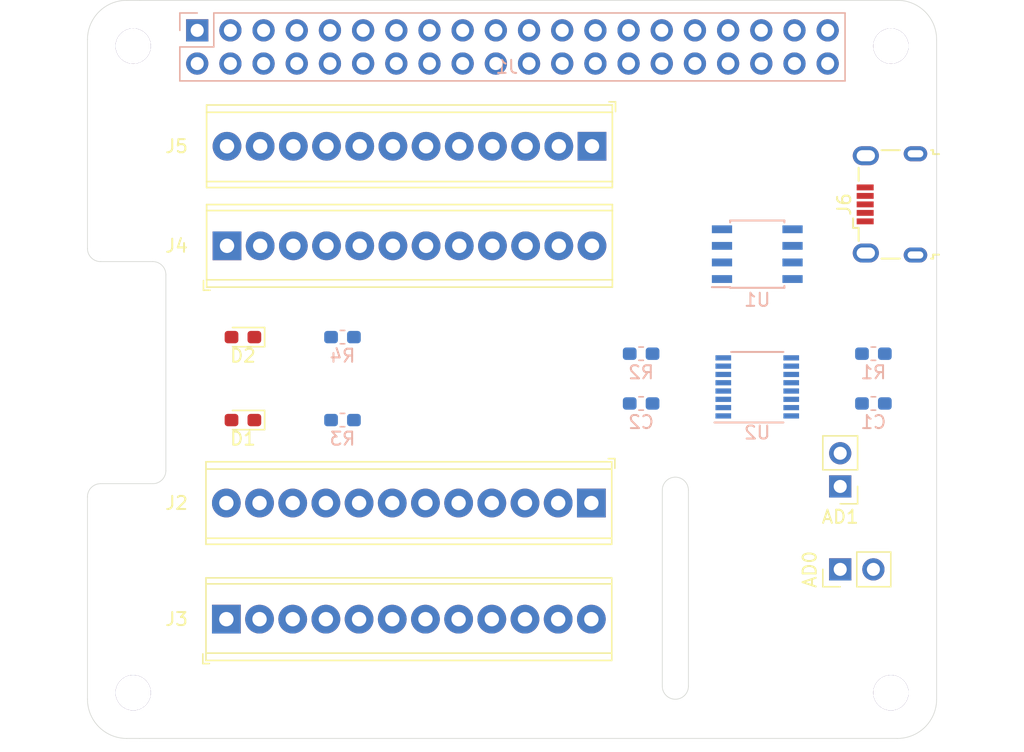
<source format=kicad_pcb>
(kicad_pcb (version 20171130) (host pcbnew 5.0.2+dfsg1-1)

  (general
    (thickness 1.6)
    (drawings 22)
    (tracks 0)
    (zones 0)
    (modules 22)
    (nets 85)
  )

  (page A4)
  (layers
    (0 F.Cu signal)
    (31 B.Cu signal)
    (32 B.Adhes user)
    (33 F.Adhes user)
    (34 B.Paste user)
    (35 F.Paste user)
    (36 B.SilkS user)
    (37 F.SilkS user)
    (38 B.Mask user)
    (39 F.Mask user)
    (40 Dwgs.User user)
    (41 Cmts.User user)
    (42 Eco1.User user)
    (43 Eco2.User user)
    (44 Edge.Cuts user)
    (45 Margin user)
    (46 B.CrtYd user)
    (47 F.CrtYd user)
    (48 B.Fab user)
    (49 F.Fab user)
  )

  (setup
    (last_trace_width 0.25)
    (trace_clearance 0.2)
    (zone_clearance 0.508)
    (zone_45_only no)
    (trace_min 0.2)
    (segment_width 0.2)
    (edge_width 0.05)
    (via_size 0.8)
    (via_drill 0.4)
    (via_min_size 0.4)
    (via_min_drill 0.3)
    (uvia_size 0.3)
    (uvia_drill 0.1)
    (uvias_allowed no)
    (uvia_min_size 0.2)
    (uvia_min_drill 0.1)
    (pcb_text_width 0.3)
    (pcb_text_size 1.5 1.5)
    (mod_edge_width 0.12)
    (mod_text_size 1 1)
    (mod_text_width 0.15)
    (pad_size 1.524 1.524)
    (pad_drill 0.762)
    (pad_to_mask_clearance 0.051)
    (solder_mask_min_width 0.25)
    (aux_axis_origin 0 0)
    (visible_elements FFFFFF7F)
    (pcbplotparams
      (layerselection 0x010fc_ffffffff)
      (usegerberextensions false)
      (usegerberattributes false)
      (usegerberadvancedattributes false)
      (creategerberjobfile false)
      (excludeedgelayer true)
      (linewidth 0.100000)
      (plotframeref false)
      (viasonmask false)
      (mode 1)
      (useauxorigin false)
      (hpglpennumber 1)
      (hpglpenspeed 20)
      (hpglpendiameter 15.000000)
      (psnegative false)
      (psa4output false)
      (plotreference true)
      (plotvalue true)
      (plotinvisibletext false)
      (padsonsilk false)
      (subtractmaskfromsilk false)
      (outputformat 1)
      (mirror false)
      (drillshape 1)
      (scaleselection 1)
      (outputdirectory ""))
  )

  (net 0 "")
  (net 1 "Net-(J1-Pad1)")
  (net 2 "Net-(J1-Pad2)")
  (net 3 "Net-(J1-Pad4)")
  (net 4 "Net-(J1-Pad6)")
  (net 5 "Net-(J1-Pad7)")
  (net 6 "Net-(J1-Pad9)")
  (net 7 "Net-(J1-Pad12)")
  (net 8 "Net-(J1-Pad13)")
  (net 9 "Net-(J1-Pad14)")
  (net 10 "Net-(J1-Pad15)")
  (net 11 "Net-(J1-Pad16)")
  (net 12 "Net-(J1-Pad17)")
  (net 13 "Net-(J1-Pad18)")
  (net 14 "Net-(J1-Pad19)")
  (net 15 "Net-(J1-Pad20)")
  (net 16 "Net-(J1-Pad21)")
  (net 17 "Net-(J1-Pad22)")
  (net 18 "Net-(J1-Pad23)")
  (net 19 "Net-(J1-Pad24)")
  (net 20 "Net-(J1-Pad25)")
  (net 21 "Net-(J1-Pad26)")
  (net 22 "Net-(J1-Pad27)")
  (net 23 "Net-(J1-Pad28)")
  (net 24 "Net-(J1-Pad29)")
  (net 25 "Net-(J1-Pad30)")
  (net 26 "Net-(J1-Pad31)")
  (net 27 "Net-(J1-Pad32)")
  (net 28 "Net-(J1-Pad33)")
  (net 29 "Net-(J1-Pad34)")
  (net 30 "Net-(J1-Pad35)")
  (net 31 "Net-(J1-Pad36)")
  (net 32 "Net-(J1-Pad37)")
  (net 33 "Net-(J1-Pad38)")
  (net 34 "Net-(J1-Pad39)")
  (net 35 "Net-(J1-Pad40)")
  (net 36 /HEATER_1)
  (net 37 "Net-(J2-Pad2)")
  (net 38 "Net-(J2-Pad3)")
  (net 39 "Net-(J2-Pad4)")
  (net 40 "Net-(J2-Pad5)")
  (net 41 "Net-(J2-Pad6)")
  (net 42 "Net-(J2-Pad7)")
  (net 43 "Net-(J2-Pad8)")
  (net 44 "Net-(J2-Pad9)")
  (net 45 "Net-(J2-Pad10)")
  (net 46 "Net-(J2-Pad11)")
  (net 47 "Net-(J2-Pad12)")
  (net 48 "Net-(J3-Pad12)")
  (net 49 "Net-(J3-Pad11)")
  (net 50 "Net-(J3-Pad10)")
  (net 51 "Net-(J3-Pad9)")
  (net 52 "Net-(J3-Pad8)")
  (net 53 "Net-(J3-Pad7)")
  (net 54 "Net-(J3-Pad6)")
  (net 55 "Net-(J3-Pad5)")
  (net 56 "Net-(J3-Pad4)")
  (net 57 "Net-(J3-Pad3)")
  (net 58 "Net-(J3-Pad2)")
  (net 59 "Net-(J3-Pad1)")
  (net 60 /I2C_SCL)
  (net 61 /I2C_SDA)
  (net 62 /DS18B20_IO)
  (net 63 +5V)
  (net 64 GND)
  (net 65 "Net-(U1-Pad6)")
  (net 66 /USB_DM)
  (net 67 /USB_DP)
  (net 68 "Net-(D1-Pad1)")
  (net 69 "Net-(D1-Pad2)")
  (net 70 "Net-(D2-Pad2)")
  (net 71 "Net-(D2-Pad1)")
  (net 72 /UART_RXD)
  (net 73 /UART_TXD)
  (net 74 "Net-(R1-Pad1)")
  (net 75 "Net-(R2-Pad1)")
  (net 76 /UART_VCCIO)
  (net 77 "Net-(U2-Pad2)")
  (net 78 "Net-(U2-Pad6)")
  (net 79 "Net-(U2-Pad11)")
  (net 80 "Net-(U2-Pad15)")
  (net 81 "Net-(U2-Pad16)")
  (net 82 /UDB_DM)
  (net 83 "Net-(AD0-Pad2)")
  (net 84 "Net-(AD1-Pad2)")

  (net_class Default "This is the default net class."
    (clearance 0.2)
    (trace_width 0.25)
    (via_dia 0.8)
    (via_drill 0.4)
    (uvia_dia 0.3)
    (uvia_drill 0.1)
    (add_net +5V)
    (add_net /DS18B20_IO)
    (add_net /HEATER_1)
    (add_net /I2C_SCL)
    (add_net /I2C_SDA)
    (add_net /UART_RXD)
    (add_net /UART_TXD)
    (add_net /UART_VCCIO)
    (add_net /UDB_DM)
    (add_net /USB_DM)
    (add_net /USB_DP)
    (add_net GND)
    (add_net "Net-(AD0-Pad2)")
    (add_net "Net-(AD1-Pad2)")
    (add_net "Net-(D1-Pad1)")
    (add_net "Net-(D1-Pad2)")
    (add_net "Net-(D2-Pad1)")
    (add_net "Net-(D2-Pad2)")
    (add_net "Net-(J1-Pad1)")
    (add_net "Net-(J1-Pad12)")
    (add_net "Net-(J1-Pad13)")
    (add_net "Net-(J1-Pad14)")
    (add_net "Net-(J1-Pad15)")
    (add_net "Net-(J1-Pad16)")
    (add_net "Net-(J1-Pad17)")
    (add_net "Net-(J1-Pad18)")
    (add_net "Net-(J1-Pad19)")
    (add_net "Net-(J1-Pad2)")
    (add_net "Net-(J1-Pad20)")
    (add_net "Net-(J1-Pad21)")
    (add_net "Net-(J1-Pad22)")
    (add_net "Net-(J1-Pad23)")
    (add_net "Net-(J1-Pad24)")
    (add_net "Net-(J1-Pad25)")
    (add_net "Net-(J1-Pad26)")
    (add_net "Net-(J1-Pad27)")
    (add_net "Net-(J1-Pad28)")
    (add_net "Net-(J1-Pad29)")
    (add_net "Net-(J1-Pad30)")
    (add_net "Net-(J1-Pad31)")
    (add_net "Net-(J1-Pad32)")
    (add_net "Net-(J1-Pad33)")
    (add_net "Net-(J1-Pad34)")
    (add_net "Net-(J1-Pad35)")
    (add_net "Net-(J1-Pad36)")
    (add_net "Net-(J1-Pad37)")
    (add_net "Net-(J1-Pad38)")
    (add_net "Net-(J1-Pad39)")
    (add_net "Net-(J1-Pad4)")
    (add_net "Net-(J1-Pad40)")
    (add_net "Net-(J1-Pad6)")
    (add_net "Net-(J1-Pad7)")
    (add_net "Net-(J1-Pad9)")
    (add_net "Net-(J2-Pad10)")
    (add_net "Net-(J2-Pad11)")
    (add_net "Net-(J2-Pad12)")
    (add_net "Net-(J2-Pad2)")
    (add_net "Net-(J2-Pad3)")
    (add_net "Net-(J2-Pad4)")
    (add_net "Net-(J2-Pad5)")
    (add_net "Net-(J2-Pad6)")
    (add_net "Net-(J2-Pad7)")
    (add_net "Net-(J2-Pad8)")
    (add_net "Net-(J2-Pad9)")
    (add_net "Net-(J3-Pad1)")
    (add_net "Net-(J3-Pad10)")
    (add_net "Net-(J3-Pad11)")
    (add_net "Net-(J3-Pad12)")
    (add_net "Net-(J3-Pad2)")
    (add_net "Net-(J3-Pad3)")
    (add_net "Net-(J3-Pad4)")
    (add_net "Net-(J3-Pad5)")
    (add_net "Net-(J3-Pad6)")
    (add_net "Net-(J3-Pad7)")
    (add_net "Net-(J3-Pad8)")
    (add_net "Net-(J3-Pad9)")
    (add_net "Net-(R1-Pad1)")
    (add_net "Net-(R2-Pad1)")
    (add_net "Net-(U1-Pad6)")
    (add_net "Net-(U2-Pad11)")
    (add_net "Net-(U2-Pad15)")
    (add_net "Net-(U2-Pad16)")
    (add_net "Net-(U2-Pad2)")
    (add_net "Net-(U2-Pad6)")
  )

  (module pihat:ESQ-120-14-T-D (layer B.Cu) (tedit 59FED5CC) (tstamp 5DA4BBAF)
    (at 85.4 57.8 270)
    (descr "Through hole straight pin header, 2x20, 2.54mm pitch, double rows")
    (tags "Through hole pin header THT 2x20 2.54mm double row")
    (path /5DA44012)
    (fp_text reference J1 (at 2.8 -23.7) (layer B.SilkS)
      (effects (font (size 1 1) (thickness 0.15)) (justify mirror))
    )
    (fp_text value Raspberry_Pi_2_3 (at 5.8 -24.2 180) (layer B.Fab)
      (effects (font (size 1 1) (thickness 0.15)) (justify mirror))
    )
    (fp_text user %R (at 0 0) (layer B.Fab)
      (effects (font (size 1 1) (thickness 0.15)) (justify mirror))
    )
    (fp_line (start 4.35 1.8) (end -1.8 1.8) (layer B.CrtYd) (width 0.05))
    (fp_line (start 4.35 -50.05) (end 4.35 1.8) (layer B.CrtYd) (width 0.05))
    (fp_line (start -1.8 -50.05) (end 4.35 -50.05) (layer B.CrtYd) (width 0.05))
    (fp_line (start -1.8 1.8) (end -1.8 -50.05) (layer B.CrtYd) (width 0.05))
    (fp_line (start -1.33 1.33) (end 0 1.33) (layer B.SilkS) (width 0.12))
    (fp_line (start -1.33 0) (end -1.33 1.33) (layer B.SilkS) (width 0.12))
    (fp_line (start 1.27 1.33) (end 3.87 1.33) (layer B.SilkS) (width 0.12))
    (fp_line (start 1.27 -1.27) (end 1.27 1.33) (layer B.SilkS) (width 0.12))
    (fp_line (start -1.33 -1.27) (end 1.27 -1.27) (layer B.SilkS) (width 0.12))
    (fp_line (start 3.87 1.33) (end 3.87 -49.59) (layer B.SilkS) (width 0.12))
    (fp_line (start -1.33 -1.27) (end -1.33 -49.59) (layer B.SilkS) (width 0.12))
    (fp_line (start -1.33 -49.59) (end 3.87 -49.59) (layer B.SilkS) (width 0.12))
    (fp_line (start -1.27 0) (end 0 1.27) (layer B.Fab) (width 0.1))
    (fp_line (start -1.27 -49.53) (end -1.27 0) (layer B.Fab) (width 0.1))
    (fp_line (start 3.81 -49.53) (end -1.27 -49.53) (layer B.Fab) (width 0.1))
    (fp_line (start 3.81 1.27) (end 3.81 -49.53) (layer B.Fab) (width 0.1))
    (fp_line (start 0 1.27) (end 3.81 1.27) (layer B.Fab) (width 0.1))
    (pad 40 thru_hole oval (at 2.54 -48.26 270) (size 1.7 1.7) (drill 1) (layers *.Cu *.Mask)
      (net 35 "Net-(J1-Pad40)"))
    (pad 39 thru_hole oval (at 0 -48.26 270) (size 1.7 1.7) (drill 1) (layers *.Cu *.Mask)
      (net 34 "Net-(J1-Pad39)"))
    (pad 38 thru_hole oval (at 2.54 -45.72 270) (size 1.7 1.7) (drill 1) (layers *.Cu *.Mask)
      (net 33 "Net-(J1-Pad38)"))
    (pad 37 thru_hole oval (at 0 -45.72 270) (size 1.7 1.7) (drill 1) (layers *.Cu *.Mask)
      (net 32 "Net-(J1-Pad37)"))
    (pad 36 thru_hole oval (at 2.54 -43.18 270) (size 1.7 1.7) (drill 1) (layers *.Cu *.Mask)
      (net 31 "Net-(J1-Pad36)"))
    (pad 35 thru_hole oval (at 0 -43.18 270) (size 1.7 1.7) (drill 1) (layers *.Cu *.Mask)
      (net 30 "Net-(J1-Pad35)"))
    (pad 34 thru_hole oval (at 2.54 -40.64 270) (size 1.7 1.7) (drill 1) (layers *.Cu *.Mask)
      (net 29 "Net-(J1-Pad34)"))
    (pad 33 thru_hole oval (at 0 -40.64 270) (size 1.7 1.7) (drill 1) (layers *.Cu *.Mask)
      (net 28 "Net-(J1-Pad33)"))
    (pad 32 thru_hole oval (at 2.54 -38.1 270) (size 1.7 1.7) (drill 1) (layers *.Cu *.Mask)
      (net 27 "Net-(J1-Pad32)"))
    (pad 31 thru_hole oval (at 0 -38.1 270) (size 1.7 1.7) (drill 1) (layers *.Cu *.Mask)
      (net 26 "Net-(J1-Pad31)"))
    (pad 30 thru_hole oval (at 2.54 -35.56 270) (size 1.7 1.7) (drill 1) (layers *.Cu *.Mask)
      (net 25 "Net-(J1-Pad30)"))
    (pad 29 thru_hole oval (at 0 -35.56 270) (size 1.7 1.7) (drill 1) (layers *.Cu *.Mask)
      (net 24 "Net-(J1-Pad29)"))
    (pad 28 thru_hole oval (at 2.54 -33.02 270) (size 1.7 1.7) (drill 1) (layers *.Cu *.Mask)
      (net 23 "Net-(J1-Pad28)"))
    (pad 27 thru_hole oval (at 0 -33.02 270) (size 1.7 1.7) (drill 1) (layers *.Cu *.Mask)
      (net 22 "Net-(J1-Pad27)"))
    (pad 26 thru_hole oval (at 2.54 -30.48 270) (size 1.7 1.7) (drill 1) (layers *.Cu *.Mask)
      (net 21 "Net-(J1-Pad26)"))
    (pad 25 thru_hole oval (at 0 -30.48 270) (size 1.7 1.7) (drill 1) (layers *.Cu *.Mask)
      (net 20 "Net-(J1-Pad25)"))
    (pad 24 thru_hole oval (at 2.54 -27.94 270) (size 1.7 1.7) (drill 1) (layers *.Cu *.Mask)
      (net 19 "Net-(J1-Pad24)"))
    (pad 23 thru_hole oval (at 0 -27.94 270) (size 1.7 1.7) (drill 1) (layers *.Cu *.Mask)
      (net 18 "Net-(J1-Pad23)"))
    (pad 22 thru_hole oval (at 2.54 -25.4 270) (size 1.7 1.7) (drill 1) (layers *.Cu *.Mask)
      (net 17 "Net-(J1-Pad22)"))
    (pad 21 thru_hole oval (at 0 -25.4 270) (size 1.7 1.7) (drill 1) (layers *.Cu *.Mask)
      (net 16 "Net-(J1-Pad21)"))
    (pad 20 thru_hole oval (at 2.54 -22.86 270) (size 1.7 1.7) (drill 1) (layers *.Cu *.Mask)
      (net 15 "Net-(J1-Pad20)"))
    (pad 19 thru_hole oval (at 0 -22.86 270) (size 1.7 1.7) (drill 1) (layers *.Cu *.Mask)
      (net 14 "Net-(J1-Pad19)"))
    (pad 18 thru_hole oval (at 2.54 -20.32 270) (size 1.7 1.7) (drill 1) (layers *.Cu *.Mask)
      (net 13 "Net-(J1-Pad18)"))
    (pad 17 thru_hole oval (at 0 -20.32 270) (size 1.7 1.7) (drill 1) (layers *.Cu *.Mask)
      (net 12 "Net-(J1-Pad17)"))
    (pad 16 thru_hole oval (at 2.54 -17.78 270) (size 1.7 1.7) (drill 1) (layers *.Cu *.Mask)
      (net 11 "Net-(J1-Pad16)"))
    (pad 15 thru_hole oval (at 0 -17.78 270) (size 1.7 1.7) (drill 1) (layers *.Cu *.Mask)
      (net 10 "Net-(J1-Pad15)"))
    (pad 14 thru_hole oval (at 2.54 -15.24 270) (size 1.7 1.7) (drill 1) (layers *.Cu *.Mask)
      (net 9 "Net-(J1-Pad14)"))
    (pad 13 thru_hole oval (at 0 -15.24 270) (size 1.7 1.7) (drill 1) (layers *.Cu *.Mask)
      (net 8 "Net-(J1-Pad13)"))
    (pad 12 thru_hole oval (at 2.54 -12.7 270) (size 1.7 1.7) (drill 1) (layers *.Cu *.Mask)
      (net 7 "Net-(J1-Pad12)"))
    (pad 11 thru_hole oval (at 0 -12.7 270) (size 1.7 1.7) (drill 1) (layers *.Cu *.Mask)
      (net 36 /HEATER_1))
    (pad 10 thru_hole oval (at 2.54 -10.16 270) (size 1.7 1.7) (drill 1) (layers *.Cu *.Mask)
      (net 72 /UART_RXD))
    (pad 9 thru_hole oval (at 0 -10.16 270) (size 1.7 1.7) (drill 1) (layers *.Cu *.Mask)
      (net 6 "Net-(J1-Pad9)"))
    (pad 8 thru_hole oval (at 2.54 -7.62 270) (size 1.7 1.7) (drill 1) (layers *.Cu *.Mask)
      (net 73 /UART_TXD))
    (pad 7 thru_hole oval (at 0 -7.62 270) (size 1.7 1.7) (drill 1) (layers *.Cu *.Mask)
      (net 5 "Net-(J1-Pad7)"))
    (pad 6 thru_hole oval (at 2.54 -5.08 270) (size 1.7 1.7) (drill 1) (layers *.Cu *.Mask)
      (net 4 "Net-(J1-Pad6)"))
    (pad 5 thru_hole oval (at 0 -5.08 270) (size 1.7 1.7) (drill 1) (layers *.Cu *.Mask)
      (net 60 /I2C_SCL))
    (pad 4 thru_hole oval (at 2.54 -2.54 270) (size 1.7 1.7) (drill 1) (layers *.Cu *.Mask)
      (net 3 "Net-(J1-Pad4)"))
    (pad 3 thru_hole oval (at 0 -2.54 270) (size 1.7 1.7) (drill 1) (layers *.Cu *.Mask)
      (net 61 /I2C_SDA))
    (pad 2 thru_hole oval (at 2.54 0 270) (size 1.7 1.7) (drill 1) (layers *.Cu *.Mask)
      (net 2 "Net-(J1-Pad2)"))
    (pad 1 thru_hole rect (at 0 0 270) (size 1.7 1.7) (drill 1) (layers *.Cu *.Mask)
      (net 1 "Net-(J1-Pad1)"))
    (model ${KISYS3DMOD}/Connector_PinSocket_2.54mm.3dshapes/PinSocket_2x20_P2.54mm_Vertical.wrl
      (offset (xyz 2.5 0 0))
      (scale (xyz 1 1 1))
      (rotate (xyz 0 0 0))
    )
  )

  (module MountingHole:MountingHole_2.7mm_M2.5 (layer F.Cu) (tedit 5DA443E0) (tstamp 5DA496BD)
    (at 138.5 108.5)
    (descr "Mounting Hole 2.7mm, no annular, M2.5")
    (tags "mounting hole 2.7mm no annular m2.5")
    (attr virtual)
    (fp_text reference REF** (at 0 -3.7) (layer F.SilkS) hide
      (effects (font (size 1 1) (thickness 0.15)))
    )
    (fp_text value MountingHole_2.7mm_M2.5 (at 0 3.7) (layer F.Fab)
      (effects (font (size 1 1) (thickness 0.15)))
    )
    (fp_circle (center 0 0) (end 3.1 0) (layer F.CrtYd) (width 0.05))
    (fp_circle (center 0 0) (end 2.7 0) (layer Cmts.User) (width 0.15))
    (fp_text user %R (at 0.3 0) (layer F.Fab)
      (effects (font (size 1 1) (thickness 0.15)))
    )
    (pad 1 thru_hole circle (at 0 0) (size 2.7 2.7) (drill 2.7) (layers *.Cu *.Mask))
  )

  (module MountingHole:MountingHole_2.7mm_M2.5 (layer F.Cu) (tedit 5DA443E0) (tstamp 5DA496F5)
    (at 138.5 59)
    (descr "Mounting Hole 2.7mm, no annular, M2.5")
    (tags "mounting hole 2.7mm no annular m2.5")
    (attr virtual)
    (fp_text reference REF** (at 0 -3.7) (layer F.SilkS) hide
      (effects (font (size 1 1) (thickness 0.15)))
    )
    (fp_text value MountingHole_2.7mm_M2.5 (at 0 3.7) (layer F.Fab)
      (effects (font (size 1 1) (thickness 0.15)))
    )
    (fp_circle (center 0 0) (end 3.1 0) (layer F.CrtYd) (width 0.05))
    (fp_circle (center 0 0) (end 2.7 0) (layer Cmts.User) (width 0.15))
    (fp_text user %R (at 0.3 0) (layer F.Fab)
      (effects (font (size 1 1) (thickness 0.15)))
    )
    (pad 1 thru_hole circle (at 0 0) (size 2.7 2.7) (drill 2.7) (layers *.Cu *.Mask))
  )

  (module MountingHole:MountingHole_2.7mm_M2.5 (layer F.Cu) (tedit 5DA443E0) (tstamp 5DA496BD)
    (at 80.5 59)
    (descr "Mounting Hole 2.7mm, no annular, M2.5")
    (tags "mounting hole 2.7mm no annular m2.5")
    (attr virtual)
    (fp_text reference REF** (at 0 -3.7) (layer F.SilkS) hide
      (effects (font (size 1 1) (thickness 0.15)))
    )
    (fp_text value MountingHole_2.7mm_M2.5 (at 0 3.7) (layer F.Fab)
      (effects (font (size 1 1) (thickness 0.15)))
    )
    (fp_circle (center 0 0) (end 3.1 0) (layer F.CrtYd) (width 0.05))
    (fp_circle (center 0 0) (end 2.7 0) (layer Cmts.User) (width 0.15))
    (fp_text user %R (at 0.3 0) (layer F.Fab)
      (effects (font (size 1 1) (thickness 0.15)))
    )
    (pad 1 thru_hole circle (at 0 0) (size 2.7 2.7) (drill 2.7) (layers *.Cu *.Mask))
  )

  (module MountingHole:MountingHole_2.7mm_M2.5 (layer F.Cu) (tedit 5DA443E0) (tstamp 5DA495E9)
    (at 80.5 108.5)
    (descr "Mounting Hole 2.7mm, no annular, M2.5")
    (tags "mounting hole 2.7mm no annular m2.5")
    (attr virtual)
    (fp_text reference REF** (at -1.3 6.1 180) (layer F.SilkS) hide
      (effects (font (size 1 1) (thickness 0.15)))
    )
    (fp_text value MountingHole_2.7mm_M2.5 (at 0 3.7) (layer F.Fab)
      (effects (font (size 1 1) (thickness 0.15)))
    )
    (fp_text user %R (at 0.3 0) (layer F.Fab)
      (effects (font (size 1 1) (thickness 0.15)))
    )
    (fp_circle (center 0 0) (end 2.7 0) (layer Cmts.User) (width 0.15))
    (fp_circle (center 0 0) (end 3.1 0) (layer F.CrtYd) (width 0.05))
    (pad 1 thru_hole circle (at 0 0) (size 2.7 2.7) (drill 2.7) (layers *.Cu *.Mask))
  )

  (module TerminalBlock_Phoenix:TerminalBlock_Phoenix_MPT-0,5-12-2.54_1x12_P2.54mm_Horizontal (layer F.Cu) (tedit 5B294FA3) (tstamp 5E338109)
    (at 115.57 93.98 180)
    (descr "Terminal Block Phoenix MPT-0,5-12-2.54, 12 pins, pitch 2.54mm, size 30.9x6.2mm^2, drill diamater 1.1mm, pad diameter 2.2mm, see http://www.mouser.com/ds/2/324/ItemDetail_1725672-916605.pdf, script-generated using https://github.com/pointhi/kicad-footprint-generator/scripts/TerminalBlock_Phoenix")
    (tags "THT Terminal Block Phoenix MPT-0,5-12-2.54 pitch 2.54mm size 30.9x6.2mm^2 drill 1.1mm pad 2.2mm")
    (path /5E26FD0A)
    (fp_text reference J2 (at 31.75 0 180) (layer F.SilkS)
      (effects (font (size 1 1) (thickness 0.15)))
    )
    (fp_text value Screw_Terminal_01x12 (at 13.97 4.16 180) (layer F.Fab)
      (effects (font (size 1 1) (thickness 0.15)))
    )
    (fp_circle (center 0 0) (end 1.1 0) (layer F.Fab) (width 0.1))
    (fp_circle (center 2.54 0) (end 3.64 0) (layer F.Fab) (width 0.1))
    (fp_circle (center 5.08 0) (end 6.18 0) (layer F.Fab) (width 0.1))
    (fp_circle (center 7.62 0) (end 8.72 0) (layer F.Fab) (width 0.1))
    (fp_circle (center 10.16 0) (end 11.26 0) (layer F.Fab) (width 0.1))
    (fp_circle (center 12.7 0) (end 13.8 0) (layer F.Fab) (width 0.1))
    (fp_circle (center 15.24 0) (end 16.34 0) (layer F.Fab) (width 0.1))
    (fp_circle (center 17.78 0) (end 18.88 0) (layer F.Fab) (width 0.1))
    (fp_circle (center 20.32 0) (end 21.42 0) (layer F.Fab) (width 0.1))
    (fp_circle (center 22.86 0) (end 23.96 0) (layer F.Fab) (width 0.1))
    (fp_circle (center 25.4 0) (end 26.5 0) (layer F.Fab) (width 0.1))
    (fp_circle (center 27.94 0) (end 29.04 0) (layer F.Fab) (width 0.1))
    (fp_line (start -1.5 -3.1) (end 29.44 -3.1) (layer F.Fab) (width 0.1))
    (fp_line (start 29.44 -3.1) (end 29.44 3.1) (layer F.Fab) (width 0.1))
    (fp_line (start 29.44 3.1) (end -1 3.1) (layer F.Fab) (width 0.1))
    (fp_line (start -1 3.1) (end -1.5 2.6) (layer F.Fab) (width 0.1))
    (fp_line (start -1.5 2.6) (end -1.5 -3.1) (layer F.Fab) (width 0.1))
    (fp_line (start -1.5 2.6) (end 29.44 2.6) (layer F.Fab) (width 0.1))
    (fp_line (start -1.56 2.6) (end 29.501 2.6) (layer F.SilkS) (width 0.12))
    (fp_line (start -1.5 -2.7) (end 29.44 -2.7) (layer F.Fab) (width 0.1))
    (fp_line (start -1.56 -2.7) (end 29.501 -2.7) (layer F.SilkS) (width 0.12))
    (fp_line (start -1.56 -3.16) (end 29.501 -3.16) (layer F.SilkS) (width 0.12))
    (fp_line (start -1.56 3.16) (end 29.501 3.16) (layer F.SilkS) (width 0.12))
    (fp_line (start -1.56 -3.16) (end -1.56 3.16) (layer F.SilkS) (width 0.12))
    (fp_line (start 29.501 -3.16) (end 29.501 3.16) (layer F.SilkS) (width 0.12))
    (fp_line (start 0.835 -0.7) (end -0.701 0.835) (layer F.Fab) (width 0.1))
    (fp_line (start 0.701 -0.835) (end -0.835 0.7) (layer F.Fab) (width 0.1))
    (fp_line (start 3.375 -0.7) (end 1.84 0.835) (layer F.Fab) (width 0.1))
    (fp_line (start 3.241 -0.835) (end 1.706 0.7) (layer F.Fab) (width 0.1))
    (fp_line (start 5.915 -0.7) (end 4.38 0.835) (layer F.Fab) (width 0.1))
    (fp_line (start 5.781 -0.835) (end 4.246 0.7) (layer F.Fab) (width 0.1))
    (fp_line (start 8.455 -0.7) (end 6.92 0.835) (layer F.Fab) (width 0.1))
    (fp_line (start 8.321 -0.835) (end 6.786 0.7) (layer F.Fab) (width 0.1))
    (fp_line (start 10.995 -0.7) (end 9.46 0.835) (layer F.Fab) (width 0.1))
    (fp_line (start 10.861 -0.835) (end 9.326 0.7) (layer F.Fab) (width 0.1))
    (fp_line (start 13.535 -0.7) (end 12 0.835) (layer F.Fab) (width 0.1))
    (fp_line (start 13.401 -0.835) (end 11.866 0.7) (layer F.Fab) (width 0.1))
    (fp_line (start 16.075 -0.7) (end 14.54 0.835) (layer F.Fab) (width 0.1))
    (fp_line (start 15.941 -0.835) (end 14.406 0.7) (layer F.Fab) (width 0.1))
    (fp_line (start 18.615 -0.7) (end 17.08 0.835) (layer F.Fab) (width 0.1))
    (fp_line (start 18.481 -0.835) (end 16.946 0.7) (layer F.Fab) (width 0.1))
    (fp_line (start 21.155 -0.7) (end 19.62 0.835) (layer F.Fab) (width 0.1))
    (fp_line (start 21.021 -0.835) (end 19.486 0.7) (layer F.Fab) (width 0.1))
    (fp_line (start 23.695 -0.7) (end 22.16 0.835) (layer F.Fab) (width 0.1))
    (fp_line (start 23.561 -0.835) (end 22.026 0.7) (layer F.Fab) (width 0.1))
    (fp_line (start 26.235 -0.7) (end 24.7 0.835) (layer F.Fab) (width 0.1))
    (fp_line (start 26.101 -0.835) (end 24.566 0.7) (layer F.Fab) (width 0.1))
    (fp_line (start 28.775 -0.7) (end 27.24 0.835) (layer F.Fab) (width 0.1))
    (fp_line (start 28.641 -0.835) (end 27.106 0.7) (layer F.Fab) (width 0.1))
    (fp_line (start -1.8 2.66) (end -1.8 3.4) (layer F.SilkS) (width 0.12))
    (fp_line (start -1.8 3.4) (end -1.3 3.4) (layer F.SilkS) (width 0.12))
    (fp_line (start -2 -3.6) (end -2 3.6) (layer F.CrtYd) (width 0.05))
    (fp_line (start -2 3.6) (end 29.94 3.6) (layer F.CrtYd) (width 0.05))
    (fp_line (start 29.94 3.6) (end 29.94 -3.6) (layer F.CrtYd) (width 0.05))
    (fp_line (start 29.94 -3.6) (end -2 -3.6) (layer F.CrtYd) (width 0.05))
    (fp_text user %R (at 13.97 2 180) (layer F.Fab)
      (effects (font (size 1 1) (thickness 0.15)))
    )
    (pad 1 thru_hole rect (at 0 0 180) (size 2.2 2.2) (drill 1.1) (layers *.Cu *.Mask)
      (net 36 /HEATER_1))
    (pad 2 thru_hole circle (at 2.54 0 180) (size 2.2 2.2) (drill 1.1) (layers *.Cu *.Mask)
      (net 37 "Net-(J2-Pad2)"))
    (pad 3 thru_hole circle (at 5.08 0 180) (size 2.2 2.2) (drill 1.1) (layers *.Cu *.Mask)
      (net 38 "Net-(J2-Pad3)"))
    (pad 4 thru_hole circle (at 7.62 0 180) (size 2.2 2.2) (drill 1.1) (layers *.Cu *.Mask)
      (net 39 "Net-(J2-Pad4)"))
    (pad 5 thru_hole circle (at 10.16 0 180) (size 2.2 2.2) (drill 1.1) (layers *.Cu *.Mask)
      (net 40 "Net-(J2-Pad5)"))
    (pad 6 thru_hole circle (at 12.7 0 180) (size 2.2 2.2) (drill 1.1) (layers *.Cu *.Mask)
      (net 41 "Net-(J2-Pad6)"))
    (pad 7 thru_hole circle (at 15.24 0 180) (size 2.2 2.2) (drill 1.1) (layers *.Cu *.Mask)
      (net 42 "Net-(J2-Pad7)"))
    (pad 8 thru_hole circle (at 17.78 0 180) (size 2.2 2.2) (drill 1.1) (layers *.Cu *.Mask)
      (net 43 "Net-(J2-Pad8)"))
    (pad 9 thru_hole circle (at 20.32 0 180) (size 2.2 2.2) (drill 1.1) (layers *.Cu *.Mask)
      (net 44 "Net-(J2-Pad9)"))
    (pad 10 thru_hole circle (at 22.86 0 180) (size 2.2 2.2) (drill 1.1) (layers *.Cu *.Mask)
      (net 45 "Net-(J2-Pad10)"))
    (pad 11 thru_hole circle (at 25.4 0 180) (size 2.2 2.2) (drill 1.1) (layers *.Cu *.Mask)
      (net 46 "Net-(J2-Pad11)"))
    (pad 12 thru_hole circle (at 27.94 0 180) (size 2.2 2.2) (drill 1.1) (layers *.Cu *.Mask)
      (net 47 "Net-(J2-Pad12)"))
    (model ${KISYS3DMOD}/TerminalBlock_Phoenix.3dshapes/TerminalBlock_Phoenix_MPT-0,5-12-2.54_1x12_P2.54mm_Horizontal.wrl
      (offset (xyz 14 0 0))
      (scale (xyz 1 1 1))
      (rotate (xyz 0 0 0))
    )
  )

  (module TerminalBlock_Phoenix:TerminalBlock_Phoenix_MPT-0,5-12-2.54_1x12_P2.54mm_Horizontal (layer F.Cu) (tedit 5B294FA3) (tstamp 5E338151)
    (at 87.63 102.87)
    (descr "Terminal Block Phoenix MPT-0,5-12-2.54, 12 pins, pitch 2.54mm, size 30.9x6.2mm^2, drill diamater 1.1mm, pad diameter 2.2mm, see http://www.mouser.com/ds/2/324/ItemDetail_1725672-916605.pdf, script-generated using https://github.com/pointhi/kicad-footprint-generator/scripts/TerminalBlock_Phoenix")
    (tags "THT Terminal Block Phoenix MPT-0,5-12-2.54 pitch 2.54mm size 30.9x6.2mm^2 drill 1.1mm pad 2.2mm")
    (path /5E26FDAA)
    (fp_text reference J3 (at -3.81 0) (layer F.SilkS)
      (effects (font (size 1 1) (thickness 0.15)))
    )
    (fp_text value Screw_Terminal_01x12 (at 13.97 4.16) (layer F.Fab)
      (effects (font (size 1 1) (thickness 0.15)))
    )
    (fp_text user %R (at 13.97 2) (layer F.Fab)
      (effects (font (size 1 1) (thickness 0.15)))
    )
    (fp_line (start 29.94 -3.6) (end -2 -3.6) (layer F.CrtYd) (width 0.05))
    (fp_line (start 29.94 3.6) (end 29.94 -3.6) (layer F.CrtYd) (width 0.05))
    (fp_line (start -2 3.6) (end 29.94 3.6) (layer F.CrtYd) (width 0.05))
    (fp_line (start -2 -3.6) (end -2 3.6) (layer F.CrtYd) (width 0.05))
    (fp_line (start -1.8 3.4) (end -1.3 3.4) (layer F.SilkS) (width 0.12))
    (fp_line (start -1.8 2.66) (end -1.8 3.4) (layer F.SilkS) (width 0.12))
    (fp_line (start 28.641 -0.835) (end 27.106 0.7) (layer F.Fab) (width 0.1))
    (fp_line (start 28.775 -0.7) (end 27.24 0.835) (layer F.Fab) (width 0.1))
    (fp_line (start 26.101 -0.835) (end 24.566 0.7) (layer F.Fab) (width 0.1))
    (fp_line (start 26.235 -0.7) (end 24.7 0.835) (layer F.Fab) (width 0.1))
    (fp_line (start 23.561 -0.835) (end 22.026 0.7) (layer F.Fab) (width 0.1))
    (fp_line (start 23.695 -0.7) (end 22.16 0.835) (layer F.Fab) (width 0.1))
    (fp_line (start 21.021 -0.835) (end 19.486 0.7) (layer F.Fab) (width 0.1))
    (fp_line (start 21.155 -0.7) (end 19.62 0.835) (layer F.Fab) (width 0.1))
    (fp_line (start 18.481 -0.835) (end 16.946 0.7) (layer F.Fab) (width 0.1))
    (fp_line (start 18.615 -0.7) (end 17.08 0.835) (layer F.Fab) (width 0.1))
    (fp_line (start 15.941 -0.835) (end 14.406 0.7) (layer F.Fab) (width 0.1))
    (fp_line (start 16.075 -0.7) (end 14.54 0.835) (layer F.Fab) (width 0.1))
    (fp_line (start 13.401 -0.835) (end 11.866 0.7) (layer F.Fab) (width 0.1))
    (fp_line (start 13.535 -0.7) (end 12 0.835) (layer F.Fab) (width 0.1))
    (fp_line (start 10.861 -0.835) (end 9.326 0.7) (layer F.Fab) (width 0.1))
    (fp_line (start 10.995 -0.7) (end 9.46 0.835) (layer F.Fab) (width 0.1))
    (fp_line (start 8.321 -0.835) (end 6.786 0.7) (layer F.Fab) (width 0.1))
    (fp_line (start 8.455 -0.7) (end 6.92 0.835) (layer F.Fab) (width 0.1))
    (fp_line (start 5.781 -0.835) (end 4.246 0.7) (layer F.Fab) (width 0.1))
    (fp_line (start 5.915 -0.7) (end 4.38 0.835) (layer F.Fab) (width 0.1))
    (fp_line (start 3.241 -0.835) (end 1.706 0.7) (layer F.Fab) (width 0.1))
    (fp_line (start 3.375 -0.7) (end 1.84 0.835) (layer F.Fab) (width 0.1))
    (fp_line (start 0.701 -0.835) (end -0.835 0.7) (layer F.Fab) (width 0.1))
    (fp_line (start 0.835 -0.7) (end -0.701 0.835) (layer F.Fab) (width 0.1))
    (fp_line (start 29.501 -3.16) (end 29.501 3.16) (layer F.SilkS) (width 0.12))
    (fp_line (start -1.56 -3.16) (end -1.56 3.16) (layer F.SilkS) (width 0.12))
    (fp_line (start -1.56 3.16) (end 29.501 3.16) (layer F.SilkS) (width 0.12))
    (fp_line (start -1.56 -3.16) (end 29.501 -3.16) (layer F.SilkS) (width 0.12))
    (fp_line (start -1.56 -2.7) (end 29.501 -2.7) (layer F.SilkS) (width 0.12))
    (fp_line (start -1.5 -2.7) (end 29.44 -2.7) (layer F.Fab) (width 0.1))
    (fp_line (start -1.56 2.6) (end 29.501 2.6) (layer F.SilkS) (width 0.12))
    (fp_line (start -1.5 2.6) (end 29.44 2.6) (layer F.Fab) (width 0.1))
    (fp_line (start -1.5 2.6) (end -1.5 -3.1) (layer F.Fab) (width 0.1))
    (fp_line (start -1 3.1) (end -1.5 2.6) (layer F.Fab) (width 0.1))
    (fp_line (start 29.44 3.1) (end -1 3.1) (layer F.Fab) (width 0.1))
    (fp_line (start 29.44 -3.1) (end 29.44 3.1) (layer F.Fab) (width 0.1))
    (fp_line (start -1.5 -3.1) (end 29.44 -3.1) (layer F.Fab) (width 0.1))
    (fp_circle (center 27.94 0) (end 29.04 0) (layer F.Fab) (width 0.1))
    (fp_circle (center 25.4 0) (end 26.5 0) (layer F.Fab) (width 0.1))
    (fp_circle (center 22.86 0) (end 23.96 0) (layer F.Fab) (width 0.1))
    (fp_circle (center 20.32 0) (end 21.42 0) (layer F.Fab) (width 0.1))
    (fp_circle (center 17.78 0) (end 18.88 0) (layer F.Fab) (width 0.1))
    (fp_circle (center 15.24 0) (end 16.34 0) (layer F.Fab) (width 0.1))
    (fp_circle (center 12.7 0) (end 13.8 0) (layer F.Fab) (width 0.1))
    (fp_circle (center 10.16 0) (end 11.26 0) (layer F.Fab) (width 0.1))
    (fp_circle (center 7.62 0) (end 8.72 0) (layer F.Fab) (width 0.1))
    (fp_circle (center 5.08 0) (end 6.18 0) (layer F.Fab) (width 0.1))
    (fp_circle (center 2.54 0) (end 3.64 0) (layer F.Fab) (width 0.1))
    (fp_circle (center 0 0) (end 1.1 0) (layer F.Fab) (width 0.1))
    (pad 12 thru_hole circle (at 27.94 0) (size 2.2 2.2) (drill 1.1) (layers *.Cu *.Mask)
      (net 48 "Net-(J3-Pad12)"))
    (pad 11 thru_hole circle (at 25.4 0) (size 2.2 2.2) (drill 1.1) (layers *.Cu *.Mask)
      (net 49 "Net-(J3-Pad11)"))
    (pad 10 thru_hole circle (at 22.86 0) (size 2.2 2.2) (drill 1.1) (layers *.Cu *.Mask)
      (net 50 "Net-(J3-Pad10)"))
    (pad 9 thru_hole circle (at 20.32 0) (size 2.2 2.2) (drill 1.1) (layers *.Cu *.Mask)
      (net 51 "Net-(J3-Pad9)"))
    (pad 8 thru_hole circle (at 17.78 0) (size 2.2 2.2) (drill 1.1) (layers *.Cu *.Mask)
      (net 52 "Net-(J3-Pad8)"))
    (pad 7 thru_hole circle (at 15.24 0) (size 2.2 2.2) (drill 1.1) (layers *.Cu *.Mask)
      (net 53 "Net-(J3-Pad7)"))
    (pad 6 thru_hole circle (at 12.7 0) (size 2.2 2.2) (drill 1.1) (layers *.Cu *.Mask)
      (net 54 "Net-(J3-Pad6)"))
    (pad 5 thru_hole circle (at 10.16 0) (size 2.2 2.2) (drill 1.1) (layers *.Cu *.Mask)
      (net 55 "Net-(J3-Pad5)"))
    (pad 4 thru_hole circle (at 7.62 0) (size 2.2 2.2) (drill 1.1) (layers *.Cu *.Mask)
      (net 56 "Net-(J3-Pad4)"))
    (pad 3 thru_hole circle (at 5.08 0) (size 2.2 2.2) (drill 1.1) (layers *.Cu *.Mask)
      (net 57 "Net-(J3-Pad3)"))
    (pad 2 thru_hole circle (at 2.54 0) (size 2.2 2.2) (drill 1.1) (layers *.Cu *.Mask)
      (net 58 "Net-(J3-Pad2)"))
    (pad 1 thru_hole rect (at 0 0) (size 2.2 2.2) (drill 1.1) (layers *.Cu *.Mask)
      (net 59 "Net-(J3-Pad1)"))
    (model ${KISYS3DMOD}/TerminalBlock_Phoenix.3dshapes/TerminalBlock_Phoenix_MPT-0,5-12-2.54_1x12_P2.54mm_Horizontal.wrl
      (offset (xyz 14 0 0))
      (scale (xyz 1 1 1))
      (rotate (xyz 0 0 0))
    )
  )

  (module TerminalBlock_Phoenix:TerminalBlock_Phoenix_MPT-0,5-12-2.54_1x12_P2.54mm_Horizontal (layer F.Cu) (tedit 5B294FA3) (tstamp 5E338CA8)
    (at 87.679229 74.29247)
    (descr "Terminal Block Phoenix MPT-0,5-12-2.54, 12 pins, pitch 2.54mm, size 30.9x6.2mm^2, drill diamater 1.1mm, pad diameter 2.2mm, see http://www.mouser.com/ds/2/324/ItemDetail_1725672-916605.pdf, script-generated using https://github.com/pointhi/kicad-footprint-generator/scripts/TerminalBlock_Phoenix")
    (tags "THT Terminal Block Phoenix MPT-0,5-12-2.54 pitch 2.54mm size 30.9x6.2mm^2 drill 1.1mm pad 2.2mm")
    (path /5E2709CE)
    (fp_text reference J4 (at -3.859229 0) (layer F.SilkS)
      (effects (font (size 1 1) (thickness 0.15)))
    )
    (fp_text value Screw_Terminal_01x12 (at 13.97 4.16) (layer F.Fab)
      (effects (font (size 1 1) (thickness 0.15)))
    )
    (fp_circle (center 0 0) (end 1.1 0) (layer F.Fab) (width 0.1))
    (fp_circle (center 2.54 0) (end 3.64 0) (layer F.Fab) (width 0.1))
    (fp_circle (center 5.08 0) (end 6.18 0) (layer F.Fab) (width 0.1))
    (fp_circle (center 7.62 0) (end 8.72 0) (layer F.Fab) (width 0.1))
    (fp_circle (center 10.16 0) (end 11.26 0) (layer F.Fab) (width 0.1))
    (fp_circle (center 12.7 0) (end 13.8 0) (layer F.Fab) (width 0.1))
    (fp_circle (center 15.24 0) (end 16.34 0) (layer F.Fab) (width 0.1))
    (fp_circle (center 17.78 0) (end 18.88 0) (layer F.Fab) (width 0.1))
    (fp_circle (center 20.32 0) (end 21.42 0) (layer F.Fab) (width 0.1))
    (fp_circle (center 22.86 0) (end 23.96 0) (layer F.Fab) (width 0.1))
    (fp_circle (center 25.4 0) (end 26.5 0) (layer F.Fab) (width 0.1))
    (fp_circle (center 27.94 0) (end 29.04 0) (layer F.Fab) (width 0.1))
    (fp_line (start -1.5 -3.1) (end 29.44 -3.1) (layer F.Fab) (width 0.1))
    (fp_line (start 29.44 -3.1) (end 29.44 3.1) (layer F.Fab) (width 0.1))
    (fp_line (start 29.44 3.1) (end -1 3.1) (layer F.Fab) (width 0.1))
    (fp_line (start -1 3.1) (end -1.5 2.6) (layer F.Fab) (width 0.1))
    (fp_line (start -1.5 2.6) (end -1.5 -3.1) (layer F.Fab) (width 0.1))
    (fp_line (start -1.5 2.6) (end 29.44 2.6) (layer F.Fab) (width 0.1))
    (fp_line (start -1.56 2.6) (end 29.501 2.6) (layer F.SilkS) (width 0.12))
    (fp_line (start -1.5 -2.7) (end 29.44 -2.7) (layer F.Fab) (width 0.1))
    (fp_line (start -1.56 -2.7) (end 29.501 -2.7) (layer F.SilkS) (width 0.12))
    (fp_line (start -1.56 -3.16) (end 29.501 -3.16) (layer F.SilkS) (width 0.12))
    (fp_line (start -1.56 3.16) (end 29.501 3.16) (layer F.SilkS) (width 0.12))
    (fp_line (start -1.56 -3.16) (end -1.56 3.16) (layer F.SilkS) (width 0.12))
    (fp_line (start 29.501 -3.16) (end 29.501 3.16) (layer F.SilkS) (width 0.12))
    (fp_line (start 0.835 -0.7) (end -0.701 0.835) (layer F.Fab) (width 0.1))
    (fp_line (start 0.701 -0.835) (end -0.835 0.7) (layer F.Fab) (width 0.1))
    (fp_line (start 3.375 -0.7) (end 1.84 0.835) (layer F.Fab) (width 0.1))
    (fp_line (start 3.241 -0.835) (end 1.706 0.7) (layer F.Fab) (width 0.1))
    (fp_line (start 5.915 -0.7) (end 4.38 0.835) (layer F.Fab) (width 0.1))
    (fp_line (start 5.781 -0.835) (end 4.246 0.7) (layer F.Fab) (width 0.1))
    (fp_line (start 8.455 -0.7) (end 6.92 0.835) (layer F.Fab) (width 0.1))
    (fp_line (start 8.321 -0.835) (end 6.786 0.7) (layer F.Fab) (width 0.1))
    (fp_line (start 10.995 -0.7) (end 9.46 0.835) (layer F.Fab) (width 0.1))
    (fp_line (start 10.861 -0.835) (end 9.326 0.7) (layer F.Fab) (width 0.1))
    (fp_line (start 13.535 -0.7) (end 12 0.835) (layer F.Fab) (width 0.1))
    (fp_line (start 13.401 -0.835) (end 11.866 0.7) (layer F.Fab) (width 0.1))
    (fp_line (start 16.075 -0.7) (end 14.54 0.835) (layer F.Fab) (width 0.1))
    (fp_line (start 15.941 -0.835) (end 14.406 0.7) (layer F.Fab) (width 0.1))
    (fp_line (start 18.615 -0.7) (end 17.08 0.835) (layer F.Fab) (width 0.1))
    (fp_line (start 18.481 -0.835) (end 16.946 0.7) (layer F.Fab) (width 0.1))
    (fp_line (start 21.155 -0.7) (end 19.62 0.835) (layer F.Fab) (width 0.1))
    (fp_line (start 21.021 -0.835) (end 19.486 0.7) (layer F.Fab) (width 0.1))
    (fp_line (start 23.695 -0.7) (end 22.16 0.835) (layer F.Fab) (width 0.1))
    (fp_line (start 23.561 -0.835) (end 22.026 0.7) (layer F.Fab) (width 0.1))
    (fp_line (start 26.235 -0.7) (end 24.7 0.835) (layer F.Fab) (width 0.1))
    (fp_line (start 26.101 -0.835) (end 24.566 0.7) (layer F.Fab) (width 0.1))
    (fp_line (start 28.775 -0.7) (end 27.24 0.835) (layer F.Fab) (width 0.1))
    (fp_line (start 28.641 -0.835) (end 27.106 0.7) (layer F.Fab) (width 0.1))
    (fp_line (start -1.8 2.66) (end -1.8 3.4) (layer F.SilkS) (width 0.12))
    (fp_line (start -1.8 3.4) (end -1.3 3.4) (layer F.SilkS) (width 0.12))
    (fp_line (start -2 -3.6) (end -2 3.6) (layer F.CrtYd) (width 0.05))
    (fp_line (start -2 3.6) (end 29.94 3.6) (layer F.CrtYd) (width 0.05))
    (fp_line (start 29.94 3.6) (end 29.94 -3.6) (layer F.CrtYd) (width 0.05))
    (fp_line (start 29.94 -3.6) (end -2 -3.6) (layer F.CrtYd) (width 0.05))
    (fp_text user %R (at 13.97 2) (layer F.Fab)
      (effects (font (size 1 1) (thickness 0.15)))
    )
    (pad 1 thru_hole rect (at 0 0) (size 2.2 2.2) (drill 1.1) (layers *.Cu *.Mask)
      (net 62 /DS18B20_IO))
    (pad 2 thru_hole circle (at 2.54 0) (size 2.2 2.2) (drill 1.1) (layers *.Cu *.Mask)
      (net 63 +5V))
    (pad 3 thru_hole circle (at 5.08 0) (size 2.2 2.2) (drill 1.1) (layers *.Cu *.Mask)
      (net 64 GND))
    (pad 4 thru_hole circle (at 7.62 0) (size 2.2 2.2) (drill 1.1) (layers *.Cu *.Mask)
      (net 62 /DS18B20_IO))
    (pad 5 thru_hole circle (at 10.16 0) (size 2.2 2.2) (drill 1.1) (layers *.Cu *.Mask)
      (net 63 +5V))
    (pad 6 thru_hole circle (at 12.7 0) (size 2.2 2.2) (drill 1.1) (layers *.Cu *.Mask)
      (net 64 GND))
    (pad 7 thru_hole circle (at 15.24 0) (size 2.2 2.2) (drill 1.1) (layers *.Cu *.Mask)
      (net 62 /DS18B20_IO))
    (pad 8 thru_hole circle (at 17.78 0) (size 2.2 2.2) (drill 1.1) (layers *.Cu *.Mask)
      (net 63 +5V))
    (pad 9 thru_hole circle (at 20.32 0) (size 2.2 2.2) (drill 1.1) (layers *.Cu *.Mask)
      (net 64 GND))
    (pad 10 thru_hole circle (at 22.86 0) (size 2.2 2.2) (drill 1.1) (layers *.Cu *.Mask)
      (net 62 /DS18B20_IO))
    (pad 11 thru_hole circle (at 25.4 0) (size 2.2 2.2) (drill 1.1) (layers *.Cu *.Mask)
      (net 63 +5V))
    (pad 12 thru_hole circle (at 27.94 0) (size 2.2 2.2) (drill 1.1) (layers *.Cu *.Mask)
      (net 64 GND))
    (model ${KISYS3DMOD}/TerminalBlock_Phoenix.3dshapes/TerminalBlock_Phoenix_MPT-0,5-12-2.54_1x12_P2.54mm_Horizontal.wrl
      (offset (xyz 14 0 0))
      (scale (xyz 1 1 1))
      (rotate (xyz 0 0 0))
    )
  )

  (module TerminalBlock_Phoenix:TerminalBlock_Phoenix_MPT-0,5-12-2.54_1x12_P2.54mm_Horizontal (layer F.Cu) (tedit 5B294FA3) (tstamp 5E338CF0)
    (at 115.619229 66.67247 180)
    (descr "Terminal Block Phoenix MPT-0,5-12-2.54, 12 pins, pitch 2.54mm, size 30.9x6.2mm^2, drill diamater 1.1mm, pad diameter 2.2mm, see http://www.mouser.com/ds/2/324/ItemDetail_1725672-916605.pdf, script-generated using https://github.com/pointhi/kicad-footprint-generator/scripts/TerminalBlock_Phoenix")
    (tags "THT Terminal Block Phoenix MPT-0,5-12-2.54 pitch 2.54mm size 30.9x6.2mm^2 drill 1.1mm pad 2.2mm")
    (path /5E271171)
    (fp_text reference J5 (at 31.799229 0 180) (layer F.SilkS)
      (effects (font (size 1 1) (thickness 0.15)))
    )
    (fp_text value Screw_Terminal_01x12 (at 13.97 4.16 180) (layer F.Fab)
      (effects (font (size 1 1) (thickness 0.15)))
    )
    (fp_text user %R (at 13.97 2 180) (layer F.Fab)
      (effects (font (size 1 1) (thickness 0.15)))
    )
    (fp_line (start 29.94 -3.6) (end -2 -3.6) (layer F.CrtYd) (width 0.05))
    (fp_line (start 29.94 3.6) (end 29.94 -3.6) (layer F.CrtYd) (width 0.05))
    (fp_line (start -2 3.6) (end 29.94 3.6) (layer F.CrtYd) (width 0.05))
    (fp_line (start -2 -3.6) (end -2 3.6) (layer F.CrtYd) (width 0.05))
    (fp_line (start -1.8 3.4) (end -1.3 3.4) (layer F.SilkS) (width 0.12))
    (fp_line (start -1.8 2.66) (end -1.8 3.4) (layer F.SilkS) (width 0.12))
    (fp_line (start 28.641 -0.835) (end 27.106 0.7) (layer F.Fab) (width 0.1))
    (fp_line (start 28.775 -0.7) (end 27.24 0.835) (layer F.Fab) (width 0.1))
    (fp_line (start 26.101 -0.835) (end 24.566 0.7) (layer F.Fab) (width 0.1))
    (fp_line (start 26.235 -0.7) (end 24.7 0.835) (layer F.Fab) (width 0.1))
    (fp_line (start 23.561 -0.835) (end 22.026 0.7) (layer F.Fab) (width 0.1))
    (fp_line (start 23.695 -0.7) (end 22.16 0.835) (layer F.Fab) (width 0.1))
    (fp_line (start 21.021 -0.835) (end 19.486 0.7) (layer F.Fab) (width 0.1))
    (fp_line (start 21.155 -0.7) (end 19.62 0.835) (layer F.Fab) (width 0.1))
    (fp_line (start 18.481 -0.835) (end 16.946 0.7) (layer F.Fab) (width 0.1))
    (fp_line (start 18.615 -0.7) (end 17.08 0.835) (layer F.Fab) (width 0.1))
    (fp_line (start 15.941 -0.835) (end 14.406 0.7) (layer F.Fab) (width 0.1))
    (fp_line (start 16.075 -0.7) (end 14.54 0.835) (layer F.Fab) (width 0.1))
    (fp_line (start 13.401 -0.835) (end 11.866 0.7) (layer F.Fab) (width 0.1))
    (fp_line (start 13.535 -0.7) (end 12 0.835) (layer F.Fab) (width 0.1))
    (fp_line (start 10.861 -0.835) (end 9.326 0.7) (layer F.Fab) (width 0.1))
    (fp_line (start 10.995 -0.7) (end 9.46 0.835) (layer F.Fab) (width 0.1))
    (fp_line (start 8.321 -0.835) (end 6.786 0.7) (layer F.Fab) (width 0.1))
    (fp_line (start 8.455 -0.7) (end 6.92 0.835) (layer F.Fab) (width 0.1))
    (fp_line (start 5.781 -0.835) (end 4.246 0.7) (layer F.Fab) (width 0.1))
    (fp_line (start 5.915 -0.7) (end 4.38 0.835) (layer F.Fab) (width 0.1))
    (fp_line (start 3.241 -0.835) (end 1.706 0.7) (layer F.Fab) (width 0.1))
    (fp_line (start 3.375 -0.7) (end 1.84 0.835) (layer F.Fab) (width 0.1))
    (fp_line (start 0.701 -0.835) (end -0.835 0.7) (layer F.Fab) (width 0.1))
    (fp_line (start 0.835 -0.7) (end -0.701 0.835) (layer F.Fab) (width 0.1))
    (fp_line (start 29.501 -3.16) (end 29.501 3.16) (layer F.SilkS) (width 0.12))
    (fp_line (start -1.56 -3.16) (end -1.56 3.16) (layer F.SilkS) (width 0.12))
    (fp_line (start -1.56 3.16) (end 29.501 3.16) (layer F.SilkS) (width 0.12))
    (fp_line (start -1.56 -3.16) (end 29.501 -3.16) (layer F.SilkS) (width 0.12))
    (fp_line (start -1.56 -2.7) (end 29.501 -2.7) (layer F.SilkS) (width 0.12))
    (fp_line (start -1.5 -2.7) (end 29.44 -2.7) (layer F.Fab) (width 0.1))
    (fp_line (start -1.56 2.6) (end 29.501 2.6) (layer F.SilkS) (width 0.12))
    (fp_line (start -1.5 2.6) (end 29.44 2.6) (layer F.Fab) (width 0.1))
    (fp_line (start -1.5 2.6) (end -1.5 -3.1) (layer F.Fab) (width 0.1))
    (fp_line (start -1 3.1) (end -1.5 2.6) (layer F.Fab) (width 0.1))
    (fp_line (start 29.44 3.1) (end -1 3.1) (layer F.Fab) (width 0.1))
    (fp_line (start 29.44 -3.1) (end 29.44 3.1) (layer F.Fab) (width 0.1))
    (fp_line (start -1.5 -3.1) (end 29.44 -3.1) (layer F.Fab) (width 0.1))
    (fp_circle (center 27.94 0) (end 29.04 0) (layer F.Fab) (width 0.1))
    (fp_circle (center 25.4 0) (end 26.5 0) (layer F.Fab) (width 0.1))
    (fp_circle (center 22.86 0) (end 23.96 0) (layer F.Fab) (width 0.1))
    (fp_circle (center 20.32 0) (end 21.42 0) (layer F.Fab) (width 0.1))
    (fp_circle (center 17.78 0) (end 18.88 0) (layer F.Fab) (width 0.1))
    (fp_circle (center 15.24 0) (end 16.34 0) (layer F.Fab) (width 0.1))
    (fp_circle (center 12.7 0) (end 13.8 0) (layer F.Fab) (width 0.1))
    (fp_circle (center 10.16 0) (end 11.26 0) (layer F.Fab) (width 0.1))
    (fp_circle (center 7.62 0) (end 8.72 0) (layer F.Fab) (width 0.1))
    (fp_circle (center 5.08 0) (end 6.18 0) (layer F.Fab) (width 0.1))
    (fp_circle (center 2.54 0) (end 3.64 0) (layer F.Fab) (width 0.1))
    (fp_circle (center 0 0) (end 1.1 0) (layer F.Fab) (width 0.1))
    (pad 12 thru_hole circle (at 27.94 0 180) (size 2.2 2.2) (drill 1.1) (layers *.Cu *.Mask)
      (net 64 GND))
    (pad 11 thru_hole circle (at 25.4 0 180) (size 2.2 2.2) (drill 1.1) (layers *.Cu *.Mask)
      (net 63 +5V))
    (pad 10 thru_hole circle (at 22.86 0 180) (size 2.2 2.2) (drill 1.1) (layers *.Cu *.Mask)
      (net 62 /DS18B20_IO))
    (pad 9 thru_hole circle (at 20.32 0 180) (size 2.2 2.2) (drill 1.1) (layers *.Cu *.Mask)
      (net 64 GND))
    (pad 8 thru_hole circle (at 17.78 0 180) (size 2.2 2.2) (drill 1.1) (layers *.Cu *.Mask)
      (net 63 +5V))
    (pad 7 thru_hole circle (at 15.24 0 180) (size 2.2 2.2) (drill 1.1) (layers *.Cu *.Mask)
      (net 62 /DS18B20_IO))
    (pad 6 thru_hole circle (at 12.7 0 180) (size 2.2 2.2) (drill 1.1) (layers *.Cu *.Mask)
      (net 64 GND))
    (pad 5 thru_hole circle (at 10.16 0 180) (size 2.2 2.2) (drill 1.1) (layers *.Cu *.Mask)
      (net 63 +5V))
    (pad 4 thru_hole circle (at 7.62 0 180) (size 2.2 2.2) (drill 1.1) (layers *.Cu *.Mask)
      (net 62 /DS18B20_IO))
    (pad 3 thru_hole circle (at 5.08 0 180) (size 2.2 2.2) (drill 1.1) (layers *.Cu *.Mask)
      (net 64 GND))
    (pad 2 thru_hole circle (at 2.54 0 180) (size 2.2 2.2) (drill 1.1) (layers *.Cu *.Mask)
      (net 63 +5V))
    (pad 1 thru_hole rect (at 0 0 180) (size 2.2 2.2) (drill 1.1) (layers *.Cu *.Mask)
      (net 62 /DS18B20_IO))
    (model ${KISYS3DMOD}/TerminalBlock_Phoenix.3dshapes/TerminalBlock_Phoenix_MPT-0,5-12-2.54_1x12_P2.54mm_Horizontal.wrl
      (offset (xyz 14 0 0))
      (scale (xyz 1 1 1))
      (rotate (xyz 0 0 0))
    )
  )

  (module Package_SO:SOIC-8_3.9x4.9mm_P1.27mm (layer B.Cu) (tedit 5A02F2D3) (tstamp 5E338F73)
    (at 128.27 74.93)
    (descr "8-Lead Plastic Small Outline (SN) - Narrow, 3.90 mm Body [SOIC] (see Microchip Packaging Specification http://ww1.microchip.com/downloads/en/PackagingSpec/00000049BQ.pdf)")
    (tags "SOIC 1.27")
    (path /5E270009)
    (attr smd)
    (fp_text reference U1 (at 0 3.5) (layer B.SilkS)
      (effects (font (size 1 1) (thickness 0.15)) (justify mirror))
    )
    (fp_text value DS2482-100 (at 0 -3.5) (layer B.Fab)
      (effects (font (size 1 1) (thickness 0.15)) (justify mirror))
    )
    (fp_text user %R (at 0 0) (layer B.Fab)
      (effects (font (size 1 1) (thickness 0.15)) (justify mirror))
    )
    (fp_line (start -0.95 2.45) (end 1.95 2.45) (layer B.Fab) (width 0.1))
    (fp_line (start 1.95 2.45) (end 1.95 -2.45) (layer B.Fab) (width 0.1))
    (fp_line (start 1.95 -2.45) (end -1.95 -2.45) (layer B.Fab) (width 0.1))
    (fp_line (start -1.95 -2.45) (end -1.95 1.45) (layer B.Fab) (width 0.1))
    (fp_line (start -1.95 1.45) (end -0.95 2.45) (layer B.Fab) (width 0.1))
    (fp_line (start -3.73 2.7) (end -3.73 -2.7) (layer B.CrtYd) (width 0.05))
    (fp_line (start 3.73 2.7) (end 3.73 -2.7) (layer B.CrtYd) (width 0.05))
    (fp_line (start -3.73 2.7) (end 3.73 2.7) (layer B.CrtYd) (width 0.05))
    (fp_line (start -3.73 -2.7) (end 3.73 -2.7) (layer B.CrtYd) (width 0.05))
    (fp_line (start -2.075 2.575) (end -2.075 2.525) (layer B.SilkS) (width 0.15))
    (fp_line (start 2.075 2.575) (end 2.075 2.43) (layer B.SilkS) (width 0.15))
    (fp_line (start 2.075 -2.575) (end 2.075 -2.43) (layer B.SilkS) (width 0.15))
    (fp_line (start -2.075 -2.575) (end -2.075 -2.43) (layer B.SilkS) (width 0.15))
    (fp_line (start -2.075 2.575) (end 2.075 2.575) (layer B.SilkS) (width 0.15))
    (fp_line (start -2.075 -2.575) (end 2.075 -2.575) (layer B.SilkS) (width 0.15))
    (fp_line (start -2.075 2.525) (end -3.475 2.525) (layer B.SilkS) (width 0.15))
    (pad 1 smd rect (at -2.7 1.905) (size 1.55 0.6) (layers B.Cu B.Paste B.Mask)
      (net 63 +5V))
    (pad 2 smd rect (at -2.7 0.635) (size 1.55 0.6) (layers B.Cu B.Paste B.Mask)
      (net 62 /DS18B20_IO))
    (pad 3 smd rect (at -2.7 -0.635) (size 1.55 0.6) (layers B.Cu B.Paste B.Mask)
      (net 64 GND))
    (pad 4 smd rect (at -2.7 -1.905) (size 1.55 0.6) (layers B.Cu B.Paste B.Mask)
      (net 60 /I2C_SCL))
    (pad 5 smd rect (at 2.7 -1.905) (size 1.55 0.6) (layers B.Cu B.Paste B.Mask)
      (net 61 /I2C_SDA))
    (pad 6 smd rect (at 2.7 -0.635) (size 1.55 0.6) (layers B.Cu B.Paste B.Mask)
      (net 65 "Net-(U1-Pad6)"))
    (pad 7 smd rect (at 2.7 0.635) (size 1.55 0.6) (layers B.Cu B.Paste B.Mask)
      (net 84 "Net-(AD1-Pad2)"))
    (pad 8 smd rect (at 2.7 1.905) (size 1.55 0.6) (layers B.Cu B.Paste B.Mask)
      (net 83 "Net-(AD0-Pad2)"))
    (model ${KISYS3DMOD}/Package_SO.3dshapes/SOIC-8_3.9x4.9mm_P1.27mm.wrl
      (at (xyz 0 0 0))
      (scale (xyz 1 1 1))
      (rotate (xyz 0 0 0))
    )
  )

  (module Capacitor_SMD:C_0603_1608Metric_Pad1.05x0.95mm_HandSolder (layer B.Cu) (tedit 5B301BBE) (tstamp 5E33AC04)
    (at 137.16 86.36)
    (descr "Capacitor SMD 0603 (1608 Metric), square (rectangular) end terminal, IPC_7351 nominal with elongated pad for handsoldering. (Body size source: http://www.tortai-tech.com/upload/download/2011102023233369053.pdf), generated with kicad-footprint-generator")
    (tags "capacitor handsolder")
    (path /5E274FB4)
    (attr smd)
    (fp_text reference C1 (at 0 1.43) (layer B.SilkS)
      (effects (font (size 1 1) (thickness 0.15)) (justify mirror))
    )
    (fp_text value C (at 0 -1.43) (layer B.Fab)
      (effects (font (size 1 1) (thickness 0.15)) (justify mirror))
    )
    (fp_text user %R (at 0 0) (layer B.Fab)
      (effects (font (size 0.4 0.4) (thickness 0.06)) (justify mirror))
    )
    (fp_line (start 1.65 -0.73) (end -1.65 -0.73) (layer B.CrtYd) (width 0.05))
    (fp_line (start 1.65 0.73) (end 1.65 -0.73) (layer B.CrtYd) (width 0.05))
    (fp_line (start -1.65 0.73) (end 1.65 0.73) (layer B.CrtYd) (width 0.05))
    (fp_line (start -1.65 -0.73) (end -1.65 0.73) (layer B.CrtYd) (width 0.05))
    (fp_line (start -0.171267 -0.51) (end 0.171267 -0.51) (layer B.SilkS) (width 0.12))
    (fp_line (start -0.171267 0.51) (end 0.171267 0.51) (layer B.SilkS) (width 0.12))
    (fp_line (start 0.8 -0.4) (end -0.8 -0.4) (layer B.Fab) (width 0.1))
    (fp_line (start 0.8 0.4) (end 0.8 -0.4) (layer B.Fab) (width 0.1))
    (fp_line (start -0.8 0.4) (end 0.8 0.4) (layer B.Fab) (width 0.1))
    (fp_line (start -0.8 -0.4) (end -0.8 0.4) (layer B.Fab) (width 0.1))
    (pad 2 smd roundrect (at 0.875 0) (size 1.05 0.95) (layers B.Cu B.Paste B.Mask) (roundrect_rratio 0.25)
      (net 64 GND))
    (pad 1 smd roundrect (at -0.875 0) (size 1.05 0.95) (layers B.Cu B.Paste B.Mask) (roundrect_rratio 0.25)
      (net 66 /USB_DM))
    (model ${KISYS3DMOD}/Capacitor_SMD.3dshapes/C_0603_1608Metric.wrl
      (at (xyz 0 0 0))
      (scale (xyz 1 1 1))
      (rotate (xyz 0 0 0))
    )
  )

  (module Capacitor_SMD:C_0603_1608Metric_Pad1.05x0.95mm_HandSolder (layer B.Cu) (tedit 5B301BBE) (tstamp 5E33AC15)
    (at 119.38 86.36)
    (descr "Capacitor SMD 0603 (1608 Metric), square (rectangular) end terminal, IPC_7351 nominal with elongated pad for handsoldering. (Body size source: http://www.tortai-tech.com/upload/download/2011102023233369053.pdf), generated with kicad-footprint-generator")
    (tags "capacitor handsolder")
    (path /5E274C98)
    (attr smd)
    (fp_text reference C2 (at 0 1.43) (layer B.SilkS)
      (effects (font (size 1 1) (thickness 0.15)) (justify mirror))
    )
    (fp_text value C (at 0 -1.43) (layer B.Fab)
      (effects (font (size 1 1) (thickness 0.15)) (justify mirror))
    )
    (fp_line (start -0.8 -0.4) (end -0.8 0.4) (layer B.Fab) (width 0.1))
    (fp_line (start -0.8 0.4) (end 0.8 0.4) (layer B.Fab) (width 0.1))
    (fp_line (start 0.8 0.4) (end 0.8 -0.4) (layer B.Fab) (width 0.1))
    (fp_line (start 0.8 -0.4) (end -0.8 -0.4) (layer B.Fab) (width 0.1))
    (fp_line (start -0.171267 0.51) (end 0.171267 0.51) (layer B.SilkS) (width 0.12))
    (fp_line (start -0.171267 -0.51) (end 0.171267 -0.51) (layer B.SilkS) (width 0.12))
    (fp_line (start -1.65 -0.73) (end -1.65 0.73) (layer B.CrtYd) (width 0.05))
    (fp_line (start -1.65 0.73) (end 1.65 0.73) (layer B.CrtYd) (width 0.05))
    (fp_line (start 1.65 0.73) (end 1.65 -0.73) (layer B.CrtYd) (width 0.05))
    (fp_line (start 1.65 -0.73) (end -1.65 -0.73) (layer B.CrtYd) (width 0.05))
    (fp_text user %R (at 0 0) (layer B.Fab)
      (effects (font (size 0.4 0.4) (thickness 0.06)) (justify mirror))
    )
    (pad 1 smd roundrect (at -0.875 0) (size 1.05 0.95) (layers B.Cu B.Paste B.Mask) (roundrect_rratio 0.25)
      (net 67 /USB_DP))
    (pad 2 smd roundrect (at 0.875 0) (size 1.05 0.95) (layers B.Cu B.Paste B.Mask) (roundrect_rratio 0.25)
      (net 64 GND))
    (model ${KISYS3DMOD}/Capacitor_SMD.3dshapes/C_0603_1608Metric.wrl
      (at (xyz 0 0 0))
      (scale (xyz 1 1 1))
      (rotate (xyz 0 0 0))
    )
  )

  (module LED_SMD:LED_0603_1608Metric_Pad1.05x0.95mm_HandSolder (layer F.Cu) (tedit 5B4B45C9) (tstamp 5E33AC28)
    (at 88.9 87.63 180)
    (descr "LED SMD 0603 (1608 Metric), square (rectangular) end terminal, IPC_7351 nominal, (Body size source: http://www.tortai-tech.com/upload/download/2011102023233369053.pdf), generated with kicad-footprint-generator")
    (tags "LED handsolder")
    (path /5E2722E8)
    (attr smd)
    (fp_text reference D1 (at 0 -1.43 180) (layer F.SilkS)
      (effects (font (size 1 1) (thickness 0.15)))
    )
    (fp_text value LED (at 0 1.43 180) (layer F.Fab)
      (effects (font (size 1 1) (thickness 0.15)))
    )
    (fp_line (start 0.8 -0.4) (end -0.5 -0.4) (layer F.Fab) (width 0.1))
    (fp_line (start -0.5 -0.4) (end -0.8 -0.1) (layer F.Fab) (width 0.1))
    (fp_line (start -0.8 -0.1) (end -0.8 0.4) (layer F.Fab) (width 0.1))
    (fp_line (start -0.8 0.4) (end 0.8 0.4) (layer F.Fab) (width 0.1))
    (fp_line (start 0.8 0.4) (end 0.8 -0.4) (layer F.Fab) (width 0.1))
    (fp_line (start 0.8 -0.735) (end -1.66 -0.735) (layer F.SilkS) (width 0.12))
    (fp_line (start -1.66 -0.735) (end -1.66 0.735) (layer F.SilkS) (width 0.12))
    (fp_line (start -1.66 0.735) (end 0.8 0.735) (layer F.SilkS) (width 0.12))
    (fp_line (start -1.65 0.73) (end -1.65 -0.73) (layer F.CrtYd) (width 0.05))
    (fp_line (start -1.65 -0.73) (end 1.65 -0.73) (layer F.CrtYd) (width 0.05))
    (fp_line (start 1.65 -0.73) (end 1.65 0.73) (layer F.CrtYd) (width 0.05))
    (fp_line (start 1.65 0.73) (end -1.65 0.73) (layer F.CrtYd) (width 0.05))
    (fp_text user %R (at 0 0 180) (layer F.Fab)
      (effects (font (size 0.4 0.4) (thickness 0.06)))
    )
    (pad 1 smd roundrect (at -0.875 0 180) (size 1.05 0.95) (layers F.Cu F.Paste F.Mask) (roundrect_rratio 0.25)
      (net 68 "Net-(D1-Pad1)"))
    (pad 2 smd roundrect (at 0.875 0 180) (size 1.05 0.95) (layers F.Cu F.Paste F.Mask) (roundrect_rratio 0.25)
      (net 69 "Net-(D1-Pad2)"))
    (model ${KISYS3DMOD}/LED_SMD.3dshapes/LED_0603_1608Metric.wrl
      (at (xyz 0 0 0))
      (scale (xyz 1 1 1))
      (rotate (xyz 0 0 0))
    )
  )

  (module LED_SMD:LED_0603_1608Metric_Pad1.05x0.95mm_HandSolder locked (layer F.Cu) (tedit 5B4B45C9) (tstamp 5E33AC3B)
    (at 88.9 81.28 180)
    (descr "LED SMD 0603 (1608 Metric), square (rectangular) end terminal, IPC_7351 nominal, (Body size source: http://www.tortai-tech.com/upload/download/2011102023233369053.pdf), generated with kicad-footprint-generator")
    (tags "LED handsolder")
    (path /5E2723C6)
    (attr smd)
    (fp_text reference D2 (at 0 -1.43 180) (layer F.SilkS)
      (effects (font (size 1 1) (thickness 0.15)))
    )
    (fp_text value LED (at 0 1.43 180) (layer F.Fab)
      (effects (font (size 1 1) (thickness 0.15)))
    )
    (fp_text user %R (at 0 0 180) (layer F.Fab)
      (effects (font (size 0.4 0.4) (thickness 0.06)))
    )
    (fp_line (start 1.65 0.73) (end -1.65 0.73) (layer F.CrtYd) (width 0.05))
    (fp_line (start 1.65 -0.73) (end 1.65 0.73) (layer F.CrtYd) (width 0.05))
    (fp_line (start -1.65 -0.73) (end 1.65 -0.73) (layer F.CrtYd) (width 0.05))
    (fp_line (start -1.65 0.73) (end -1.65 -0.73) (layer F.CrtYd) (width 0.05))
    (fp_line (start -1.66 0.735) (end 0.8 0.735) (layer F.SilkS) (width 0.12))
    (fp_line (start -1.66 -0.735) (end -1.66 0.735) (layer F.SilkS) (width 0.12))
    (fp_line (start 0.8 -0.735) (end -1.66 -0.735) (layer F.SilkS) (width 0.12))
    (fp_line (start 0.8 0.4) (end 0.8 -0.4) (layer F.Fab) (width 0.1))
    (fp_line (start -0.8 0.4) (end 0.8 0.4) (layer F.Fab) (width 0.1))
    (fp_line (start -0.8 -0.1) (end -0.8 0.4) (layer F.Fab) (width 0.1))
    (fp_line (start -0.5 -0.4) (end -0.8 -0.1) (layer F.Fab) (width 0.1))
    (fp_line (start 0.8 -0.4) (end -0.5 -0.4) (layer F.Fab) (width 0.1))
    (pad 2 smd roundrect (at 0.875 0 180) (size 1.05 0.95) (layers F.Cu F.Paste F.Mask) (roundrect_rratio 0.25)
      (net 70 "Net-(D2-Pad2)"))
    (pad 1 smd roundrect (at -0.875 0 180) (size 1.05 0.95) (layers F.Cu F.Paste F.Mask) (roundrect_rratio 0.25)
      (net 71 "Net-(D2-Pad1)"))
    (model ${KISYS3DMOD}/LED_SMD.3dshapes/LED_0603_1608Metric.wrl
      (at (xyz 0 0 0))
      (scale (xyz 1 1 1))
      (rotate (xyz 0 0 0))
    )
  )

  (module Resistor_SMD:R_0603_1608Metric_Pad1.05x0.95mm_HandSolder (layer B.Cu) (tedit 5B301BBD) (tstamp 5E33AC4C)
    (at 137.16 82.55)
    (descr "Resistor SMD 0603 (1608 Metric), square (rectangular) end terminal, IPC_7351 nominal with elongated pad for handsoldering. (Body size source: http://www.tortai-tech.com/upload/download/2011102023233369053.pdf), generated with kicad-footprint-generator")
    (tags "resistor handsolder")
    (path /5E275330)
    (attr smd)
    (fp_text reference R1 (at 0 1.43) (layer B.SilkS)
      (effects (font (size 1 1) (thickness 0.15)) (justify mirror))
    )
    (fp_text value R (at 0 -1.43) (layer B.Fab)
      (effects (font (size 1 1) (thickness 0.15)) (justify mirror))
    )
    (fp_line (start -0.8 -0.4) (end -0.8 0.4) (layer B.Fab) (width 0.1))
    (fp_line (start -0.8 0.4) (end 0.8 0.4) (layer B.Fab) (width 0.1))
    (fp_line (start 0.8 0.4) (end 0.8 -0.4) (layer B.Fab) (width 0.1))
    (fp_line (start 0.8 -0.4) (end -0.8 -0.4) (layer B.Fab) (width 0.1))
    (fp_line (start -0.171267 0.51) (end 0.171267 0.51) (layer B.SilkS) (width 0.12))
    (fp_line (start -0.171267 -0.51) (end 0.171267 -0.51) (layer B.SilkS) (width 0.12))
    (fp_line (start -1.65 -0.73) (end -1.65 0.73) (layer B.CrtYd) (width 0.05))
    (fp_line (start -1.65 0.73) (end 1.65 0.73) (layer B.CrtYd) (width 0.05))
    (fp_line (start 1.65 0.73) (end 1.65 -0.73) (layer B.CrtYd) (width 0.05))
    (fp_line (start 1.65 -0.73) (end -1.65 -0.73) (layer B.CrtYd) (width 0.05))
    (fp_text user %R (at 0 0) (layer B.Fab)
      (effects (font (size 0.4 0.4) (thickness 0.06)) (justify mirror))
    )
    (pad 1 smd roundrect (at -0.875 0) (size 1.05 0.95) (layers B.Cu B.Paste B.Mask) (roundrect_rratio 0.25)
      (net 74 "Net-(R1-Pad1)"))
    (pad 2 smd roundrect (at 0.875 0) (size 1.05 0.95) (layers B.Cu B.Paste B.Mask) (roundrect_rratio 0.25)
      (net 66 /USB_DM))
    (model ${KISYS3DMOD}/Resistor_SMD.3dshapes/R_0603_1608Metric.wrl
      (at (xyz 0 0 0))
      (scale (xyz 1 1 1))
      (rotate (xyz 0 0 0))
    )
  )

  (module Resistor_SMD:R_0603_1608Metric_Pad1.05x0.95mm_HandSolder (layer B.Cu) (tedit 5B301BBD) (tstamp 5E33AC5D)
    (at 119.38 82.55)
    (descr "Resistor SMD 0603 (1608 Metric), square (rectangular) end terminal, IPC_7351 nominal with elongated pad for handsoldering. (Body size source: http://www.tortai-tech.com/upload/download/2011102023233369053.pdf), generated with kicad-footprint-generator")
    (tags "resistor handsolder")
    (path /5E274B24)
    (attr smd)
    (fp_text reference R2 (at 0 1.43) (layer B.SilkS)
      (effects (font (size 1 1) (thickness 0.15)) (justify mirror))
    )
    (fp_text value R27 (at 0 -1.43) (layer B.Fab)
      (effects (font (size 1 1) (thickness 0.15)) (justify mirror))
    )
    (fp_text user %R (at 0 0) (layer B.Fab)
      (effects (font (size 0.4 0.4) (thickness 0.06)) (justify mirror))
    )
    (fp_line (start 1.65 -0.73) (end -1.65 -0.73) (layer B.CrtYd) (width 0.05))
    (fp_line (start 1.65 0.73) (end 1.65 -0.73) (layer B.CrtYd) (width 0.05))
    (fp_line (start -1.65 0.73) (end 1.65 0.73) (layer B.CrtYd) (width 0.05))
    (fp_line (start -1.65 -0.73) (end -1.65 0.73) (layer B.CrtYd) (width 0.05))
    (fp_line (start -0.171267 -0.51) (end 0.171267 -0.51) (layer B.SilkS) (width 0.12))
    (fp_line (start -0.171267 0.51) (end 0.171267 0.51) (layer B.SilkS) (width 0.12))
    (fp_line (start 0.8 -0.4) (end -0.8 -0.4) (layer B.Fab) (width 0.1))
    (fp_line (start 0.8 0.4) (end 0.8 -0.4) (layer B.Fab) (width 0.1))
    (fp_line (start -0.8 0.4) (end 0.8 0.4) (layer B.Fab) (width 0.1))
    (fp_line (start -0.8 -0.4) (end -0.8 0.4) (layer B.Fab) (width 0.1))
    (pad 2 smd roundrect (at 0.875 0) (size 1.05 0.95) (layers B.Cu B.Paste B.Mask) (roundrect_rratio 0.25)
      (net 67 /USB_DP))
    (pad 1 smd roundrect (at -0.875 0) (size 1.05 0.95) (layers B.Cu B.Paste B.Mask) (roundrect_rratio 0.25)
      (net 75 "Net-(R2-Pad1)"))
    (model ${KISYS3DMOD}/Resistor_SMD.3dshapes/R_0603_1608Metric.wrl
      (at (xyz 0 0 0))
      (scale (xyz 1 1 1))
      (rotate (xyz 0 0 0))
    )
  )

  (module Resistor_SMD:R_0603_1608Metric_Pad1.05x0.95mm_HandSolder (layer B.Cu) (tedit 5B301BBD) (tstamp 5E33AC6E)
    (at 96.52 87.63)
    (descr "Resistor SMD 0603 (1608 Metric), square (rectangular) end terminal, IPC_7351 nominal with elongated pad for handsoldering. (Body size source: http://www.tortai-tech.com/upload/download/2011102023233369053.pdf), generated with kicad-footprint-generator")
    (tags "resistor handsolder")
    (path /5E272930)
    (attr smd)
    (fp_text reference R3 (at 0 1.43) (layer B.SilkS)
      (effects (font (size 1 1) (thickness 0.15)) (justify mirror))
    )
    (fp_text value R270 (at 0 -1.43) (layer B.Fab)
      (effects (font (size 1 1) (thickness 0.15)) (justify mirror))
    )
    (fp_text user %R (at 0 0) (layer B.Fab)
      (effects (font (size 0.4 0.4) (thickness 0.06)) (justify mirror))
    )
    (fp_line (start 1.65 -0.73) (end -1.65 -0.73) (layer B.CrtYd) (width 0.05))
    (fp_line (start 1.65 0.73) (end 1.65 -0.73) (layer B.CrtYd) (width 0.05))
    (fp_line (start -1.65 0.73) (end 1.65 0.73) (layer B.CrtYd) (width 0.05))
    (fp_line (start -1.65 -0.73) (end -1.65 0.73) (layer B.CrtYd) (width 0.05))
    (fp_line (start -0.171267 -0.51) (end 0.171267 -0.51) (layer B.SilkS) (width 0.12))
    (fp_line (start -0.171267 0.51) (end 0.171267 0.51) (layer B.SilkS) (width 0.12))
    (fp_line (start 0.8 -0.4) (end -0.8 -0.4) (layer B.Fab) (width 0.1))
    (fp_line (start 0.8 0.4) (end 0.8 -0.4) (layer B.Fab) (width 0.1))
    (fp_line (start -0.8 0.4) (end 0.8 0.4) (layer B.Fab) (width 0.1))
    (fp_line (start -0.8 -0.4) (end -0.8 0.4) (layer B.Fab) (width 0.1))
    (pad 2 smd roundrect (at 0.875 0) (size 1.05 0.95) (layers B.Cu B.Paste B.Mask) (roundrect_rratio 0.25)
      (net 76 /UART_VCCIO))
    (pad 1 smd roundrect (at -0.875 0) (size 1.05 0.95) (layers B.Cu B.Paste B.Mask) (roundrect_rratio 0.25)
      (net 69 "Net-(D1-Pad2)"))
    (model ${KISYS3DMOD}/Resistor_SMD.3dshapes/R_0603_1608Metric.wrl
      (at (xyz 0 0 0))
      (scale (xyz 1 1 1))
      (rotate (xyz 0 0 0))
    )
  )

  (module Resistor_SMD:R_0603_1608Metric_Pad1.05x0.95mm_HandSolder (layer B.Cu) (tedit 5B301BBD) (tstamp 5E33AC7F)
    (at 96.52 81.28)
    (descr "Resistor SMD 0603 (1608 Metric), square (rectangular) end terminal, IPC_7351 nominal with elongated pad for handsoldering. (Body size source: http://www.tortai-tech.com/upload/download/2011102023233369053.pdf), generated with kicad-footprint-generator")
    (tags "resistor handsolder")
    (path /5E272A24)
    (attr smd)
    (fp_text reference R4 (at 0 1.43) (layer B.SilkS)
      (effects (font (size 1 1) (thickness 0.15)) (justify mirror))
    )
    (fp_text value R270 (at 0 -1.43) (layer B.Fab)
      (effects (font (size 1 1) (thickness 0.15)) (justify mirror))
    )
    (fp_line (start -0.8 -0.4) (end -0.8 0.4) (layer B.Fab) (width 0.1))
    (fp_line (start -0.8 0.4) (end 0.8 0.4) (layer B.Fab) (width 0.1))
    (fp_line (start 0.8 0.4) (end 0.8 -0.4) (layer B.Fab) (width 0.1))
    (fp_line (start 0.8 -0.4) (end -0.8 -0.4) (layer B.Fab) (width 0.1))
    (fp_line (start -0.171267 0.51) (end 0.171267 0.51) (layer B.SilkS) (width 0.12))
    (fp_line (start -0.171267 -0.51) (end 0.171267 -0.51) (layer B.SilkS) (width 0.12))
    (fp_line (start -1.65 -0.73) (end -1.65 0.73) (layer B.CrtYd) (width 0.05))
    (fp_line (start -1.65 0.73) (end 1.65 0.73) (layer B.CrtYd) (width 0.05))
    (fp_line (start 1.65 0.73) (end 1.65 -0.73) (layer B.CrtYd) (width 0.05))
    (fp_line (start 1.65 -0.73) (end -1.65 -0.73) (layer B.CrtYd) (width 0.05))
    (fp_text user %R (at 0 0) (layer B.Fab)
      (effects (font (size 0.4 0.4) (thickness 0.06)) (justify mirror))
    )
    (pad 1 smd roundrect (at -0.875 0) (size 1.05 0.95) (layers B.Cu B.Paste B.Mask) (roundrect_rratio 0.25)
      (net 70 "Net-(D2-Pad2)"))
    (pad 2 smd roundrect (at 0.875 0) (size 1.05 0.95) (layers B.Cu B.Paste B.Mask) (roundrect_rratio 0.25)
      (net 76 /UART_VCCIO))
    (model ${KISYS3DMOD}/Resistor_SMD.3dshapes/R_0603_1608Metric.wrl
      (at (xyz 0 0 0))
      (scale (xyz 1 1 1))
      (rotate (xyz 0 0 0))
    )
  )

  (module Package_SO:SSOP-16_3.9x4.9mm_P0.635mm (layer B.Cu) (tedit 5A02F25C) (tstamp 5E33AC9F)
    (at 128.27 85.09)
    (descr "SSOP16: plastic shrink small outline package; 16 leads; body width 3.9 mm; lead pitch 0.635; (see NXP SSOP-TSSOP-VSO-REFLOW.pdf and sot519-1_po.pdf)")
    (tags "SSOP 0.635")
    (path /5E271B90)
    (attr smd)
    (fp_text reference U2 (at 0 3.5) (layer B.SilkS)
      (effects (font (size 1 1) (thickness 0.15)) (justify mirror))
    )
    (fp_text value FT230XS (at 0 -3.5) (layer B.Fab)
      (effects (font (size 1 1) (thickness 0.15)) (justify mirror))
    )
    (fp_line (start -0.95 2.45) (end 1.95 2.45) (layer B.Fab) (width 0.15))
    (fp_line (start 1.95 2.45) (end 1.95 -2.45) (layer B.Fab) (width 0.15))
    (fp_line (start 1.95 -2.45) (end -1.95 -2.45) (layer B.Fab) (width 0.15))
    (fp_line (start -1.95 -2.45) (end -1.95 1.45) (layer B.Fab) (width 0.15))
    (fp_line (start -1.95 1.45) (end -0.95 2.45) (layer B.Fab) (width 0.15))
    (fp_line (start -3.45 2.85) (end -3.45 -2.8) (layer B.CrtYd) (width 0.05))
    (fp_line (start 3.45 2.85) (end 3.45 -2.8) (layer B.CrtYd) (width 0.05))
    (fp_line (start -3.45 2.85) (end 3.45 2.85) (layer B.CrtYd) (width 0.05))
    (fp_line (start -3.45 -2.8) (end 3.45 -2.8) (layer B.CrtYd) (width 0.05))
    (fp_line (start -2 -2.675) (end 2 -2.675) (layer B.SilkS) (width 0.15))
    (fp_line (start -3.275 2.725) (end 2 2.725) (layer B.SilkS) (width 0.15))
    (fp_text user %R (at 0 0) (layer B.Fab)
      (effects (font (size 0.8 0.8) (thickness 0.15)) (justify mirror))
    )
    (pad 1 smd rect (at -2.6 2.2225) (size 1.2 0.4) (layers B.Cu B.Paste B.Mask)
      (net 73 /UART_TXD))
    (pad 2 smd rect (at -2.6 1.5875) (size 1.2 0.4) (layers B.Cu B.Paste B.Mask)
      (net 77 "Net-(U2-Pad2)"))
    (pad 3 smd rect (at -2.6 0.9525) (size 1.2 0.4) (layers B.Cu B.Paste B.Mask)
      (net 76 /UART_VCCIO))
    (pad 4 smd rect (at -2.6 0.3175) (size 1.2 0.4) (layers B.Cu B.Paste B.Mask)
      (net 72 /UART_RXD))
    (pad 5 smd rect (at -2.6 -0.3175) (size 1.2 0.4) (layers B.Cu B.Paste B.Mask)
      (net 64 GND))
    (pad 6 smd rect (at -2.6 -0.9525) (size 1.2 0.4) (layers B.Cu B.Paste B.Mask)
      (net 78 "Net-(U2-Pad6)"))
    (pad 7 smd rect (at -2.6 -1.5875) (size 1.2 0.4) (layers B.Cu B.Paste B.Mask)
      (net 71 "Net-(D2-Pad1)"))
    (pad 8 smd rect (at -2.6 -2.2225) (size 1.2 0.4) (layers B.Cu B.Paste B.Mask)
      (net 75 "Net-(R2-Pad1)"))
    (pad 9 smd rect (at 2.6 -2.2225) (size 1.2 0.4) (layers B.Cu B.Paste B.Mask)
      (net 74 "Net-(R1-Pad1)"))
    (pad 10 smd rect (at 2.6 -1.5875) (size 1.2 0.4) (layers B.Cu B.Paste B.Mask)
      (net 76 /UART_VCCIO))
    (pad 11 smd rect (at 2.6 -0.9525) (size 1.2 0.4) (layers B.Cu B.Paste B.Mask)
      (net 79 "Net-(U2-Pad11)"))
    (pad 12 smd rect (at 2.6 -0.3175) (size 1.2 0.4) (layers B.Cu B.Paste B.Mask)
      (net 63 +5V))
    (pad 13 smd rect (at 2.6 0.3175) (size 1.2 0.4) (layers B.Cu B.Paste B.Mask)
      (net 64 GND))
    (pad 14 smd rect (at 2.6 0.9525) (size 1.2 0.4) (layers B.Cu B.Paste B.Mask)
      (net 68 "Net-(D1-Pad1)"))
    (pad 15 smd rect (at 2.6 1.5875) (size 1.2 0.4) (layers B.Cu B.Paste B.Mask)
      (net 80 "Net-(U2-Pad15)"))
    (pad 16 smd rect (at 2.6 2.2225) (size 1.2 0.4) (layers B.Cu B.Paste B.Mask)
      (net 81 "Net-(U2-Pad16)"))
    (model ${KISYS3DMOD}/Package_SO.3dshapes/SSOP-16_3.9x4.9mm_P0.635mm.wrl
      (at (xyz 0 0 0))
      (scale (xyz 1 1 1))
      (rotate (xyz 0 0 0))
    )
  )

  (module Connector_USB:USB_Micro-B_Wuerth_629105150521 (layer F.Cu) (tedit 5A142044) (tstamp 5E33AFB6)
    (at 138.43 71.12 90)
    (descr "USB Micro-B receptacle, http://www.mouser.com/ds/2/445/629105150521-469306.pdf")
    (tags "usb micro receptacle")
    (path /5E27332D)
    (attr smd)
    (fp_text reference J6 (at 0 -3.5 90) (layer F.SilkS)
      (effects (font (size 1 1) (thickness 0.15)))
    )
    (fp_text value USB_B_Micro (at 0 5.6 90) (layer F.Fab)
      (effects (font (size 1 1) (thickness 0.15)))
    )
    (fp_line (start -4 -2.25) (end -4 3.15) (layer F.Fab) (width 0.15))
    (fp_line (start -4 3.15) (end -3.7 3.15) (layer F.Fab) (width 0.15))
    (fp_line (start -3.7 3.15) (end -3.7 4.35) (layer F.Fab) (width 0.15))
    (fp_line (start -3.7 4.35) (end 3.7 4.35) (layer F.Fab) (width 0.15))
    (fp_line (start 3.7 4.35) (end 3.7 3.15) (layer F.Fab) (width 0.15))
    (fp_line (start 3.7 3.15) (end 4 3.15) (layer F.Fab) (width 0.15))
    (fp_line (start 4 3.15) (end 4 -2.25) (layer F.Fab) (width 0.15))
    (fp_line (start 4 -2.25) (end -4 -2.25) (layer F.Fab) (width 0.15))
    (fp_line (start -2.7 3.75) (end 2.7 3.75) (layer F.Fab) (width 0.15))
    (fp_line (start -1.075 -2.725) (end -1.3 -2.55) (layer F.Fab) (width 0.15))
    (fp_line (start -1.3 -2.55) (end -1.525 -2.725) (layer F.Fab) (width 0.15))
    (fp_line (start -1.525 -2.725) (end -1.525 -2.95) (layer F.Fab) (width 0.15))
    (fp_line (start -1.525 -2.95) (end -1.075 -2.95) (layer F.Fab) (width 0.15))
    (fp_line (start -1.075 -2.95) (end -1.075 -2.725) (layer F.Fab) (width 0.15))
    (fp_line (start -4.15 -0.65) (end -4.15 0.75) (layer F.SilkS) (width 0.15))
    (fp_line (start -4.15 3.15) (end -4.15 3.3) (layer F.SilkS) (width 0.15))
    (fp_line (start -4.15 3.3) (end -3.85 3.3) (layer F.SilkS) (width 0.15))
    (fp_line (start -3.85 3.3) (end -3.85 3.75) (layer F.SilkS) (width 0.15))
    (fp_line (start 3.85 3.75) (end 3.85 3.3) (layer F.SilkS) (width 0.15))
    (fp_line (start 3.85 3.3) (end 4.15 3.3) (layer F.SilkS) (width 0.15))
    (fp_line (start 4.15 3.3) (end 4.15 3.15) (layer F.SilkS) (width 0.15))
    (fp_line (start 4.15 0.75) (end 4.15 -0.65) (layer F.SilkS) (width 0.15))
    (fp_line (start -1.075 -2.825) (end -1.8 -2.825) (layer F.SilkS) (width 0.15))
    (fp_line (start -1.8 -2.825) (end -1.8 -2.4) (layer F.SilkS) (width 0.15))
    (fp_line (start -1.8 -2.4) (end -2.8 -2.4) (layer F.SilkS) (width 0.15))
    (fp_line (start 1.8 -2.4) (end 2.8 -2.4) (layer F.SilkS) (width 0.15))
    (fp_line (start -4.94 -3.34) (end -4.94 4.85) (layer F.CrtYd) (width 0.05))
    (fp_line (start -4.94 4.85) (end 4.95 4.85) (layer F.CrtYd) (width 0.05))
    (fp_line (start 4.95 4.85) (end 4.95 -3.34) (layer F.CrtYd) (width 0.05))
    (fp_line (start 4.95 -3.34) (end -4.94 -3.34) (layer F.CrtYd) (width 0.05))
    (fp_text user %R (at 0 1.05 90) (layer F.Fab)
      (effects (font (size 1 1) (thickness 0.15)))
    )
    (fp_text user "PCB Edge" (at 0 3.75 90) (layer Dwgs.User)
      (effects (font (size 0.5 0.5) (thickness 0.08)))
    )
    (pad 1 smd rect (at -1.3 -1.9 90) (size 0.45 1.3) (layers F.Cu F.Paste F.Mask)
      (net 63 +5V))
    (pad 2 smd rect (at -0.65 -1.9 90) (size 0.45 1.3) (layers F.Cu F.Paste F.Mask)
      (net 82 /UDB_DM))
    (pad 3 smd rect (at 0 -1.9 90) (size 0.45 1.3) (layers F.Cu F.Paste F.Mask)
      (net 67 /USB_DP))
    (pad 4 smd rect (at 0.65 -1.9 90) (size 0.45 1.3) (layers F.Cu F.Paste F.Mask)
      (net 64 GND))
    (pad 5 smd rect (at 1.3 -1.9 90) (size 0.45 1.3) (layers F.Cu F.Paste F.Mask)
      (net 64 GND))
    (pad 6 thru_hole oval (at -3.725 -1.85 90) (size 1.45 2) (drill oval 0.85 1.4) (layers *.Cu *.Mask)
      (net 64 GND))
    (pad 6 thru_hole oval (at 3.725 -1.85 90) (size 1.45 2) (drill oval 0.85 1.4) (layers *.Cu *.Mask)
      (net 64 GND))
    (pad 6 thru_hole oval (at -3.875 1.95 90) (size 1.15 1.8) (drill oval 0.55 1.2) (layers *.Cu *.Mask)
      (net 64 GND))
    (pad 6 thru_hole oval (at 3.875 1.95 90) (size 1.15 1.8) (drill oval 0.55 1.2) (layers *.Cu *.Mask)
      (net 64 GND))
    (pad "" np_thru_hole oval (at -2.5 -0.8 90) (size 0.8 0.8) (drill 0.8) (layers *.Cu *.Mask))
    (pad "" np_thru_hole oval (at 2.5 -0.8 90) (size 0.8 0.8) (drill 0.8) (layers *.Cu *.Mask))
    (model ${KISYS3DMOD}/Connector_USB.3dshapes/USB_Micro-B_Wuerth_629105150521.wrl
      (at (xyz 0 0 0))
      (scale (xyz 1 1 1))
      (rotate (xyz 0 0 0))
    )
  )

  (module Connector_PinHeader_2.54mm:PinHeader_1x02_P2.54mm_Vertical (layer F.Cu) (tedit 59FED5CC) (tstamp 5E33BB78)
    (at 134.62 99.06 90)
    (descr "Through hole straight pin header, 1x02, 2.54mm pitch, single row")
    (tags "Through hole pin header THT 1x02 2.54mm single row")
    (path /5E2703D9)
    (fp_text reference AD0 (at 0 -2.33 90) (layer F.SilkS)
      (effects (font (size 1 1) (thickness 0.15)))
    )
    (fp_text value Jumper (at 0 4.87 90) (layer F.Fab)
      (effects (font (size 1 1) (thickness 0.15)))
    )
    (fp_text user %R (at 0 1.27 180) (layer F.Fab)
      (effects (font (size 1 1) (thickness 0.15)))
    )
    (fp_line (start 1.8 -1.8) (end -1.8 -1.8) (layer F.CrtYd) (width 0.05))
    (fp_line (start 1.8 4.35) (end 1.8 -1.8) (layer F.CrtYd) (width 0.05))
    (fp_line (start -1.8 4.35) (end 1.8 4.35) (layer F.CrtYd) (width 0.05))
    (fp_line (start -1.8 -1.8) (end -1.8 4.35) (layer F.CrtYd) (width 0.05))
    (fp_line (start -1.33 -1.33) (end 0 -1.33) (layer F.SilkS) (width 0.12))
    (fp_line (start -1.33 0) (end -1.33 -1.33) (layer F.SilkS) (width 0.12))
    (fp_line (start -1.33 1.27) (end 1.33 1.27) (layer F.SilkS) (width 0.12))
    (fp_line (start 1.33 1.27) (end 1.33 3.87) (layer F.SilkS) (width 0.12))
    (fp_line (start -1.33 1.27) (end -1.33 3.87) (layer F.SilkS) (width 0.12))
    (fp_line (start -1.33 3.87) (end 1.33 3.87) (layer F.SilkS) (width 0.12))
    (fp_line (start -1.27 -0.635) (end -0.635 -1.27) (layer F.Fab) (width 0.1))
    (fp_line (start -1.27 3.81) (end -1.27 -0.635) (layer F.Fab) (width 0.1))
    (fp_line (start 1.27 3.81) (end -1.27 3.81) (layer F.Fab) (width 0.1))
    (fp_line (start 1.27 -1.27) (end 1.27 3.81) (layer F.Fab) (width 0.1))
    (fp_line (start -0.635 -1.27) (end 1.27 -1.27) (layer F.Fab) (width 0.1))
    (pad 2 thru_hole oval (at 0 2.54 90) (size 1.7 1.7) (drill 1) (layers *.Cu *.Mask)
      (net 83 "Net-(AD0-Pad2)"))
    (pad 1 thru_hole rect (at 0 0 90) (size 1.7 1.7) (drill 1) (layers *.Cu *.Mask)
      (net 64 GND))
    (model ${KISYS3DMOD}/Connector_PinHeader_2.54mm.3dshapes/PinHeader_1x02_P2.54mm_Vertical.wrl
      (at (xyz 0 0 0))
      (scale (xyz 1 1 1))
      (rotate (xyz 0 0 0))
    )
  )

  (module Connector_PinHeader_2.54mm:PinHeader_1x02_P2.54mm_Vertical (layer F.Cu) (tedit 59FED5CC) (tstamp 5E33BB8E)
    (at 134.62 92.71 180)
    (descr "Through hole straight pin header, 1x02, 2.54mm pitch, single row")
    (tags "Through hole pin header THT 1x02 2.54mm single row")
    (path /5E27053F)
    (fp_text reference AD1 (at 0 -2.33 180) (layer F.SilkS)
      (effects (font (size 1 1) (thickness 0.15)))
    )
    (fp_text value Jumper (at 0 4.87 180) (layer F.Fab)
      (effects (font (size 1 1) (thickness 0.15)))
    )
    (fp_line (start -0.635 -1.27) (end 1.27 -1.27) (layer F.Fab) (width 0.1))
    (fp_line (start 1.27 -1.27) (end 1.27 3.81) (layer F.Fab) (width 0.1))
    (fp_line (start 1.27 3.81) (end -1.27 3.81) (layer F.Fab) (width 0.1))
    (fp_line (start -1.27 3.81) (end -1.27 -0.635) (layer F.Fab) (width 0.1))
    (fp_line (start -1.27 -0.635) (end -0.635 -1.27) (layer F.Fab) (width 0.1))
    (fp_line (start -1.33 3.87) (end 1.33 3.87) (layer F.SilkS) (width 0.12))
    (fp_line (start -1.33 1.27) (end -1.33 3.87) (layer F.SilkS) (width 0.12))
    (fp_line (start 1.33 1.27) (end 1.33 3.87) (layer F.SilkS) (width 0.12))
    (fp_line (start -1.33 1.27) (end 1.33 1.27) (layer F.SilkS) (width 0.12))
    (fp_line (start -1.33 0) (end -1.33 -1.33) (layer F.SilkS) (width 0.12))
    (fp_line (start -1.33 -1.33) (end 0 -1.33) (layer F.SilkS) (width 0.12))
    (fp_line (start -1.8 -1.8) (end -1.8 4.35) (layer F.CrtYd) (width 0.05))
    (fp_line (start -1.8 4.35) (end 1.8 4.35) (layer F.CrtYd) (width 0.05))
    (fp_line (start 1.8 4.35) (end 1.8 -1.8) (layer F.CrtYd) (width 0.05))
    (fp_line (start 1.8 -1.8) (end -1.8 -1.8) (layer F.CrtYd) (width 0.05))
    (fp_text user %R (at 0 1.27 270) (layer F.Fab)
      (effects (font (size 1 1) (thickness 0.15)))
    )
    (pad 1 thru_hole rect (at 0 0 180) (size 1.7 1.7) (drill 1) (layers *.Cu *.Mask)
      (net 64 GND))
    (pad 2 thru_hole oval (at 0 2.54 180) (size 1.7 1.7) (drill 1) (layers *.Cu *.Mask)
      (net 84 "Net-(AD1-Pad2)"))
    (model ${KISYS3DMOD}/Connector_PinHeader_2.54mm.3dshapes/PinHeader_1x02_P2.54mm_Vertical.wrl
      (at (xyz 0 0 0))
      (scale (xyz 1 1 1))
      (rotate (xyz 0 0 0))
    )
  )

  (gr_line (start 80 55.5) (end 81 55.5) (layer Edge.Cuts) (width 0.05) (tstamp 5DA49A94))
  (gr_line (start 80 112) (end 81 112) (layer Edge.Cuts) (width 0.05) (tstamp 5DA49A93))
  (gr_line (start 77 74.5) (end 77 58.5) (layer Edge.Cuts) (width 0.05) (tstamp 5DA49271))
  (gr_arc (start 122 93) (end 123 93) (angle -180) (layer Edge.Cuts) (width 0.05) (tstamp 5DA4928D))
  (gr_line (start 121 108) (end 121 93) (layer Edge.Cuts) (width 0.05) (tstamp 5DA49287))
  (gr_line (start 123 108) (end 123 93) (layer Edge.Cuts) (width 0.05) (tstamp 5DA4928A))
  (gr_arc (start 122 108) (end 121 108) (angle -180) (layer Edge.Cuts) (width 0.05) (tstamp 5DA49284))
  (gr_line (start 142 109) (end 142 58.5) (layer Edge.Cuts) (width 0.05) (tstamp 5DA49273))
  (gr_line (start 77 109) (end 77 93.5) (layer Edge.Cuts) (width 0.05) (tstamp 5DA49272))
  (gr_arc (start 78 74.5) (end 77 74.5) (angle -90) (layer Edge.Cuts) (width 0.05))
  (gr_line (start 78 75.5) (end 82 75.5) (layer Edge.Cuts) (width 0.05) (tstamp 5DA49252))
  (gr_arc (start 82 76.5) (end 83 76.5) (angle -90) (layer Edge.Cuts) (width 0.05))
  (gr_line (start 83 91.5) (end 83 76.5) (layer Edge.Cuts) (width 0.05))
  (gr_arc (start 82 91.5) (end 82 92.5) (angle -90) (layer Edge.Cuts) (width 0.05))
  (gr_line (start 78 92.5) (end 82 92.5) (layer Edge.Cuts) (width 0.05))
  (gr_arc (start 78 93.5) (end 78 92.5) (angle -90) (layer Edge.Cuts) (width 0.05))
  (gr_arc (start 80 58.5) (end 80 55.5) (angle -90) (layer Edge.Cuts) (width 0.05) (tstamp 5DA49269))
  (gr_arc (start 80 109) (end 77 109) (angle -90) (layer Edge.Cuts) (width 0.05))
  (gr_line (start 81 112) (end 139 112) (layer Edge.Cuts) (width 0.05) (tstamp 5DA49232))
  (gr_arc (start 139 109) (end 139 112) (angle -90) (layer Edge.Cuts) (width 0.05))
  (gr_arc (start 139 58.5) (end 142 58.5) (angle -90) (layer Edge.Cuts) (width 0.05) (tstamp 5DA49266))
  (gr_line (start 81 55.5) (end 139 55.5) (layer Edge.Cuts) (width 0.05) (tstamp 5DA49263))

)

</source>
